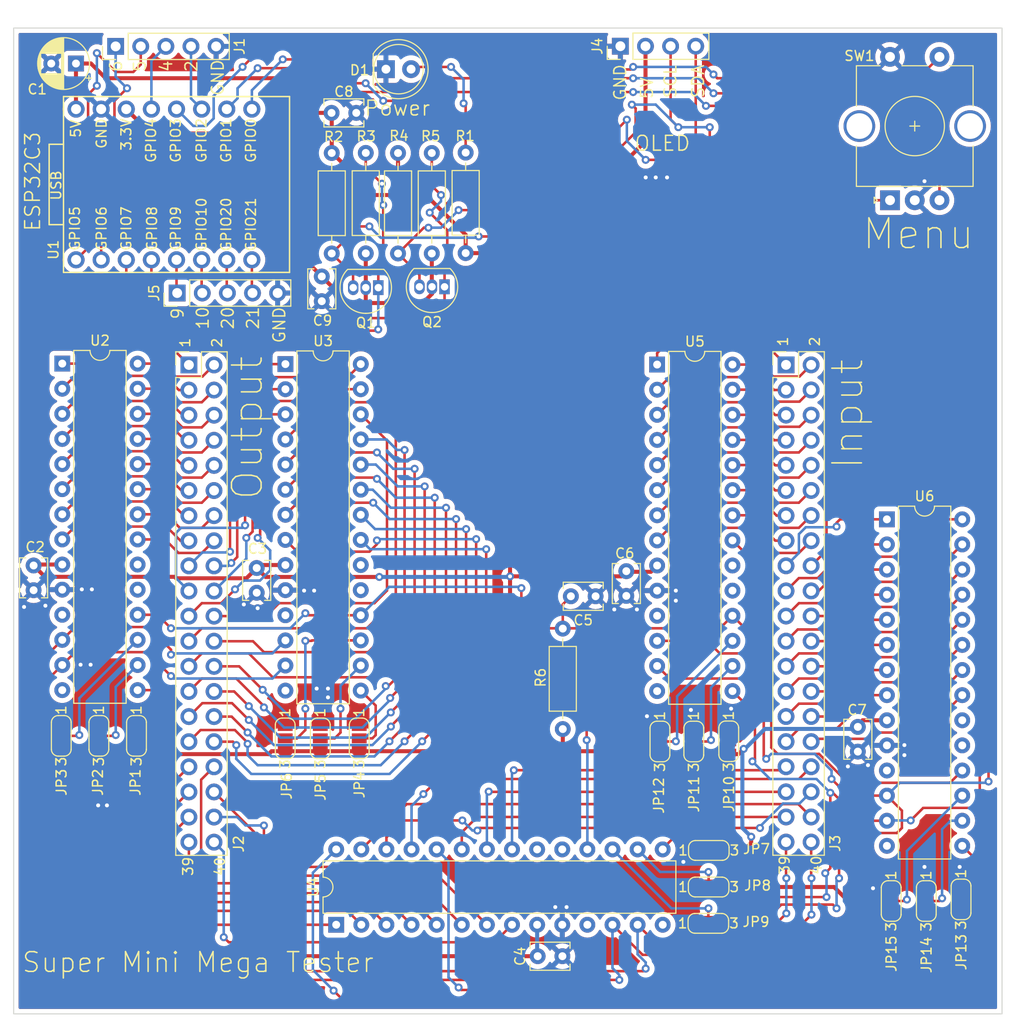
<source format=kicad_pcb>
(kicad_pcb (version 20240108) (generator "pcbnew") (generator_version "8.0")
  (layers (0 "F.Cu" signal) (31 "B.Cu" signal) (34 "B.Paste" user) (35 "F.Paste" user) (36 "B.SilkS" user "B.Silkscreen") (37 "F.SilkS" user "F.Silkscreen") (38 "B.Mask" user) (39 "F.Mask" user) (44 "Edge.Cuts" user))
  (net 0 "")
  (net 1 "SCL")
  (net 2 "+5V")
  (net 3 "GNDREF")
  (net 4 "/nRst")
  (net 5 "SDA")
  (net 6 "Net-(JP11-C)")
  (net 7 "/EncA")
  (net 8 "/EncB")
  (net 9 "Net-(JP14-C)")
  (net 10 "/O11")
  (net 11 "/O16")
  (net 12 "/O17")
  (net 13 "/O40")
  (net 14 "/O34")
  (net 15 "/O06")
  (net 16 "/O15")
  (net 17 "/O01")
  (net 18 "/O18")
  (net 19 "/O23")
  (net 20 "/O30")
  (net 21 "/O25")
  (net 22 "/O19")
  (net 23 "/O35")
  (net 24 "/O09")
  (net 25 "/O36")
  (net 26 "/O13")
  (net 27 "/O28")
  (net 28 "/O02")
  (net 29 "/O39")
  (net 30 "/O32")
  (net 31 "/O21")
  (net 32 "/O22")
  (net 33 "/O08")
  (net 34 "/O31")
  (net 35 "/O14")
  (net 36 "/O12")
  (net 37 "/O38")
  (net 38 "/O07")
  (net 39 "/O03")
  (net 40 "/O24")
  (net 41 "/O37")
  (net 42 "/O29")
  (net 43 "/O20")
  (net 44 "/O33")
  (net 45 "/O05")
  (net 46 "/O27")
  (net 47 "/O26")
  (net 48 "/O10")
  (net 49 "/O04")
  (net 50 "/I34")
  (net 51 "/I14")
  (net 52 "/I31")
  (net 53 "/I25")
  (net 54 "/I11")
  (net 55 "/I26")
  (net 56 "/I32")
  (net 57 "/I17")
  (net 58 "/I18")
  (net 59 "/I28")
  (net 60 "/I20")
  (net 61 "/I36")
  (net 62 "/I27")
  (net 63 "/I35")
  (net 64 "/I23")
  (net 65 "/I07")
  (net 66 "/I33")
  (net 67 "/I38")
  (net 68 "/I01")
  (net 69 "/I12")
  (net 70 "/I22")
  (net 71 "/I37")
  (net 72 "/I19")
  (net 73 "/I39")
  (net 74 "/I05")
  (net 75 "/I10")
  (net 76 "/I09")
  (net 77 "/I15")
  (net 78 "/I02")
  (net 79 "/I16")
  (net 80 "/I29")
  (net 81 "/I04")
  (net 82 "/I08")
  (net 83 "/I06")
  (net 84 "/I21")
  (net 85 "/I40")
  (net 86 "/I24")
  (net 87 "/I30")
  (net 88 "/I13")
  (net 89 "/I03")
  (net 90 "Net-(J1-Pin_3)")
  (net 91 "Net-(J1-Pin_4)")
  (net 92 "Net-(JP3-C)")
  (net 93 "Net-(JP4-C)")
  (net 94 "Net-(JP5-C)")
  (net 95 "Net-(JP6-C)")
  (net 96 "Net-(JP7-C)")
  (net 97 "Net-(JP8-C)")
  (net 98 "Net-(JP9-C)")
  (net 99 "Net-(JP10-C)")
  (net 100 "Net-(JP12-C)")
  (net 101 "Net-(JP13-C)")
  (net 102 "Net-(JP15-C)")
  (net 103 "Net-(J1-Pin_2)")
  (net 104 "Net-(J1-Pin_1)")
  (net 105 "Net-(J5-Pin_3)")
  (net 106 "Net-(J5-Pin_4)")
  (net 107 "Net-(J5-Pin_1)")
  (net 108 "Net-(J5-Pin_2)")
  (net 125 "/SCL3v")
  (net 126 "+3V3")
  (net 127 "/SDA3v")
  (net 128 "/EncSW")
  (net 133 "Net-(D1-A)")
  (net 134 "Net-(JP1-C)")
  (net 135 "Net-(JP2-C)")
  (footprint "Capacitor_THT:C_Disc_D3.8mm_W2.6mm_P2.50mm" (layer "F.Cu") (at 39.066 81.152 -90)
    (property "Reference" "C2")
    (property "Value" "100nF")
  )
  (footprint "Connector_PinHeader_2.54mm:PinHeader_1x05_P2.54mm_Vertical" (layer "F.Cu") (at 53.585 53.597 90)
    (property "Reference" "J5")
    (property "Value" "Conn_01x05")
  )
  (footprint "Jumper:SolderJumper-3_P1.3mm_Open_RoundedPad1.0x1.5mm_NumberLabels" (layer "F.Cu") (at 64.509 98.632 -90)
    (property "Reference" "JP6")
    (property "Value" "SolderJumper_3_Open")
  )
  (footprint "Connector_PinHeader_2.54mm:PinHeader_1x05_P2.54mm_Vertical" (layer "F.Cu") (at 47.362 28.656 90)
    (property "Reference" "J1")
    (property "Value" "Conn_01x05")
  )
  (footprint "Capacitor_THT:C_Disc_D3.8mm_W2.6mm_P2.50mm" (layer "F.Cu") (at 90.042 120.663)
    (property "Reference" "C4")
    (property "Value" "100nF")
  )
  (footprint "Package_TO_SOT_THT:TO-92_Inline" (layer "F.Cu") (at 80.625 52.97 180)
    (property "Reference" "Q2")
    (property "Value" "2N7000")
  )
  (footprint "Capacitor_THT:C_Disc_D3.8mm_W2.6mm_P2.50mm" (layer "F.Cu") (at 95.898 84.263999 180)
    (property "Reference" "C5")
    (property "Value" "100nF")
  )
  (footprint "Capacitor_THT:C_Disc_D3.8mm_W2.6mm_P2.50mm" (layer "F.Cu") (at 61.627 81.406 -90)
    (property "Reference" "C3")
    (property "Value" "100nF")
  )
  (footprint "Jumper:SolderJumper-3_P1.3mm_Open_RoundedPad1.0x1.5mm_NumberLabels" (layer "F.Cu") (at 129.342 115.08 -90)
    (property "Reference" "JP14")
    (property "Value" "SolderJumper_3_Open")
  )
  (footprint "Rotary_Encoder:RotaryEncoder_Alps_EC11E-Switch_Vertical_H20mm_CircularMountingHoles" (layer "F.Cu") (at 125.674 44.215 90)
    (property "Reference" "SW1")
    (property "Value" "RotaryEncoder_Switch")
  )
  (footprint "Resistor_THT:R_Axial_DIN0207_L6.3mm_D2.5mm_P10.16mm_Horizontal" (layer "F.Cu") (at 92.579999 97.693 90)
    (property "Reference" "R6")
    (property "Value" "10K")
  )
  (footprint "Jumper:SolderJumper-3_P1.3mm_Open_RoundedPad1.0x1.5mm_NumberLabels" (layer "F.Cu") (at 107.33 113.667)
    (property "Reference" "JP8")
    (property "Value" "SolderJumper_3_Open")
  )
  (footprint "Resistor_THT:R_Axial_DIN0207_L6.3mm_D2.5mm_P10.16mm_Horizontal" (layer "F.Cu") (at 79.334 39.439 -90)
    (property "Reference" "R5")
    (property "Value" "10K")
  )
  (footprint "Resistor_THT:R_Axial_DIN0207_L6.3mm_D2.5mm_P10.16mm_Horizontal" (layer "F.Cu") (at 72.657 39.428 -90)
    (property "Reference" "R3")
    (property "Value" "10K")
  )
  (footprint "Package_DIP:DIP-28_W7.62mm" (layer "F.Cu") (at 125.358 76.483)
    (property "Reference" "U6")
    (property "Value" "MCP23017_SP")
  )
  (footprint "Connector_PinHeader_2.54mm:PinHeader_2x20_P2.54mm_Vertical" (layer "F.Cu") (at 54.771 60.871)
    (property "Reference" "J2")
    (property "Value" "Conn_02x20_Odd_Even")
  )
  (footprint "Capacitor_THT:C_Disc_D3.8mm_W2.6mm_P2.50mm" (layer "F.Cu") (at 68.209 54.424 90)
    (property "Reference" "C9")
    (property "Value" "100nF")
  )
  (footprint "Jumper:SolderJumper-3_P1.3mm_Open_RoundedPad1.0x1.5mm_NumberLabels" (layer "F.Cu") (at 68.059 98.632 -90)
    (property "Reference" "JP5")
    (property "Value" "SolderJumper_3_Open")
  )
  (footprint "Capacitor_THT:C_Disc_D3.8mm_W2.6mm_P2.50mm" (layer "F.Cu") (at 122.419 97.473 -90)
    (property "Reference" "C7")
    (property "Value" "100nF")
  )
  (footprint "Jumper:SolderJumper-3_P1.3mm_Open_RoundedPad1.0x1.5mm_NumberLabels" (layer "F.Cu") (at 45.66725 98.378 -90)
    (property "Reference" "JP2")
    (property "Value" "SolderJumper_3_Open")
  )
  (footprint "Resistor_THT:R_Axial_DIN0207_L6.3mm_D2.5mm_P10.16mm_Horizontal" (layer "F.Cu") (at 75.919 49.599 90)
    (property "Reference" "R4")
    (property "Value" "10K")
  )
  (footprint "Jumper:SolderJumper-3_P1.3mm_Open_RoundedPad1.0x1.5mm_NumberLabels" (layer "F.Cu") (at 125.792 115.08 -90)
    (property "Reference" "JP15")
    (property "Value" "SolderJumper_3_Open")
  )
  (footprint "Package_DIP:DIP-28_W7.62mm" (layer "F.Cu") (at 102.122 60.833)
    (property "Reference" "U5")
    (property "Value" "MCP23017_SP")
  )
  (footprint "Package_DIP:DIP-28_W7.62mm" (layer "F.Cu") (at 69.667 117.482 90)
    (property "Reference" "U4")
    (property "Value" "MCP23017_SP")
  )
  (footprint "Jumper:SolderJumper-3_P1.3mm_Open_RoundedPad1.0x1.5mm_NumberLabels" (layer "F.Cu") (at 105.829 98.951 -90)
    (property "Reference" "JP11")
    (property "Value" "SolderJumper_3_Open")
  )
  (footprint "Resistor_THT:R_Axial_DIN0207_L6.3mm_D2.5mm_P10.16mm_Horizontal" (layer "F.Cu") (at 69.216 49.599 90)
    (property "Reference" "R2")
    (property "Value" "10K")
  )
  (footprint "Resistor_THT:R_Axial_DIN0207_L6.3mm_D2.5mm_P10.16mm_Horizontal" (layer "F.Cu") (at 82.758 49.56 90)
    (property "Reference" "R1")
    (property "Value" "680r")
  )
  (footprint "Connector_PinHeader_2.54mm:PinHeader_1x04_P2.54mm_Vertical" (layer "F.Cu") (at 98.405 28.638 90)
    (property "Reference" "J4")
    (property "Value" "Conn_01x04")
  )
  (footprint "Jumper:SolderJumper-3_P1.3mm_Open_RoundedPad1.0x1.5mm_NumberLabels" (layer "F.Cu") (at 102.406 98.951 -90)
    (property "Reference" "JP12")
    (property "Value" "SolderJumper_3_Open")
  )
  (footprint "Jumper:SolderJumper-3_P1.3mm_Open_RoundedPad1.0x1.5mm_NumberLabels" (layer "F.Cu") (at 109.365 98.929 -90)
    (property "Reference" "JP10")
    (property "Value" "SolderJumper_3_Open")
  )
  (footprint "Jumper:SolderJumper-3_P1.3mm_Open_RoundedPad1.0x1.5mm_NumberLabels" (layer "F.Cu") (at 107.349 109.967)
    (property "Reference" "JP7")
    (property "Value" "SolderJumper_3_Open")
  )
  (footprint "Package_DIP:DIP-28_W7.62mm" (layer "F.Cu") (at 41.964 60.735)
    (property "Reference" "U2")
    (property "Value" "MCP23017_SP")
  )
  (footprint "LED_THT:LED_D5.0mm" (layer "F.Cu") (at 74.699 30.96)
    (property "Reference" "D1")
    (property "Value" "LED_Small_ALT")
  )
  (footprint "Jumper:SolderJumper-3_P1.3mm_Open_RoundedPad1.0x1.5mm_NumberLabels" (layer "F.Cu") (at 71.995 98.632 -90)
    (property "Reference" "JP4")
    (property "Value" "SolderJumper_3_Open")
  )
  (footprint "Capacitor_THT:C_Disc_D3.8mm_W2.6mm_P2.50mm" (layer "F.Cu") (at 99.006 81.725 -90)
    (property "Reference" "C6")
    (property "Value" "100nF")
  )
  (footprint "Capacitor_THT:C_Disc_D3.8mm_W2.6mm_P2.50mm" (layer "F.Cu") (at 71.696 35.382 180)
    (property "Reference" "C8")
    (property "Value" "100nF")
  )
  (footprint "footprints:ESP32C3_Super_Mini" (layer "F.Cu") (at 42.088999 42.62 -90)
    (property "Reference" "U1")
    (property "Value" "ESP32-C3-Super-Mini")
  )
  (footprint "Jumper:SolderJumper-3_P1.3mm_Open_RoundedPad1.0x1.5mm_NumberLabels" (layer "F.Cu") (at 132.856 114.917 -90)
    (property "Reference" "JP13")
    (property "Value" "SolderJumper_3_Open")
  )
  (footprint "Package_DIP:DIP-28_W7.62mm" (layer "F.Cu") (at 64.531 60.785)
    (property "Reference" "U3")
    (property "Value" "MCP23017_SP")
  )
  (footprint "Jumper:SolderJumper-3_P1.3mm_Open_RoundedPad1.0x1.5mm_NumberLabels" (layer "F.Cu") (at 107.3 117.34)
    (property "Reference" "JP9")
    (property "Value" "SolderJumper_3_Open")
  )
  (footprint "Jumper:SolderJumper-3_P1.3mm_Open_RoundedPad1.0x1.5mm_NumberLabels" (layer "F.Cu") (at 49.47125 98.378 -90)
    (property "Reference" "JP1")
    (property "Value" "SolderJumper_3_Open")
  )
  (footprint "Connector_PinHeader_2.54mm:PinHeader_2x20_P2.54mm_Vertical" (layer "F.Cu") (at 115.158 60.863)
    (property "Reference" "J3")
    (property "Value" "Conn_02x20_Odd_Even")
  )
  (footprint "Capacitor_THT:CP_Radial_D5.0mm_P2.50mm" (layer "F.Cu") (at 43.350775 30.39 180)
    (property "Reference" "C1")
    (property "Value" "4.7uF")
  )
  (footprint "Package_TO_SOT_THT:TO-92_Inline" (layer "F.Cu") (at 73.925 53.054 180)
    (property "Reference" "Q1")
    (property "Value" "2N7000")
  )
  (footprint "Jumper:SolderJumper-3_P1.3mm_Open_RoundedPad1.0x1.5mm_NumberLabels" (layer "F.Cu") (at 41.86325 98.378 -90)
    (property "Reference" "JP3")
    (property "Value" "SolderJumper_3_Open")
  )
  (gr_rect (start 37.051 26.8) (end 137 126.495) (stroke (width 0.1)) (fill none) (layer "Edge.Cuts"))
  (gr_text "21" (at 61.946 57.362 90) (layer "F.SilkS") (effects (font (size 1.2 1.2)) (justify left bottom)))
  (gr_text "SCL" (at 104.166 33.97 90) (layer "F.SilkS") (effects (font (size 1.2 1.2)) (justify left bottom)))
  (gr_text "Menu" (at 122.724 49.373 0) (layer "F.SilkS") (effects (font (size 3 3)) (justify left bottom)))
  (gr_text "10" (at 56.866 57.362 90) (layer "F.SilkS") (effects (font (size 1.2 1.2)) (justify left bottom)))
  (gr_text "9" (at 54.326 56.346 90) (layer "F.SilkS") (effects (font (size 1.2 1.2)) (justify left bottom)))
  (gr_text "1\n\n2" (at 118.653 59.074 90) (layer "F.SilkS") (effects (font (size 1 1)) (justify left bottom)))
  (gr_text "GND" (at 58.39 33.74 90) (layer "F.SilkS") (effects (font (size 1.2 1.2)) (justify left bottom)))
  (gr_text "1\n\n2" (at 58.201 59.201 90) (layer "F.SilkS") (effects (font (size 1 1)) (justify left bottom)))
  (gr_text "39\n\n40\n" (at 118.816 112.502 90) (layer "F.SilkS") (effects (font (size 1 1)) (justify left bottom)))
  (gr_text "Super Mini Mega Tester\n" (at 55.692 122.451 0) (layer "F.SilkS") (effects (font (size 2 2)) (justify bottom)))
  (gr_text "20" (at 59.406 57.362 90) (layer "F.SilkS") (effects (font (size 1.2 1.2)) (justify left bottom)))
  (gr_text "Output" (at 62.449 74.69 90) (layer "F.SilkS") (effects (font (size 3 3)) (justify left bottom)))
  (gr_text "5" (at 50.516 31.327 90) (layer "F.SilkS") (effects (font (size 1.2 1.2)) (justify left bottom)))
  (gr_text "5V" (at 101.796 34.054 90) (layer "F.SilkS") (effects (font (size 1.2 1.2)) (justify left bottom)))
  (gr_text "GND" (at 64.613 58.759 90) (layer "F.SilkS") (effects (font (size 1.2 1.2)) (justify left bottom)))
  (gr_text "SDA" (at 106.96 33.97 90) (layer "F.SilkS") (effects (font (size 1.2 1.2)) (justify left bottom)))
  (gr_text "Input" (at 123.16 71.586 90) (layer "F.SilkS") (effects (font (size 3 3)) (justify left bottom)))
  (gr_text "GND" (at 99.086 34.224 90) (layer "F.SilkS") (effects (font (size 1.2 1.2)) (justify left bottom)))
  (gr_text "39\n\n40\n" (at 58.491 112.629 90) (layer "F.SilkS") (effects (font (size 1 1)) (justify left bottom)))
  (gr_text "OLED" (at 99.737 39.34 0) (layer "F.SilkS") (effects (font (size 1.5 1.5)) (justify left bottom)))
  (gr_text "Power" (at 72.432 35.784 0) (layer "F.SilkS") (effects (font (size 1.5 1.5)) (justify left bottom)))
  (gr_text "4" (at 53.183 31.327 90) (layer "F.SilkS") (effects (font (size 1.2 1.2)) (justify left bottom)))
  (gr_text "6" (at 48.103 31.327 90) (layer "F.SilkS") (effects (font (size 1.2 1.2)) (justify left bottom)))
  (gr_text "ESP32C3" (at 39.847999 47.456 90) (layer "F.SilkS") (effects (font (size 1.5 1.5)) (justify left bottom)))
  (gr_text "2" (at 55.723 31.327 90) (layer "F.SilkS") (effects (font (size 1.2 1.2)) (justify left bottom)))
  (segment (start 126.873 107.696) (end 126.873 105.938) (width 0.254) (layer "F.Cu") (net 1))
  (segment (start 113.157 100.711) (end 112.903 100.457) (width 0.254) (layer "F.Cu") (net 1))
  (segment (start 112.014 90.043) (end 108.458 90.043) (width 0.254) (layer "F.Cu") (net 1))
  (segment (start 39.116 112.395) (end 49.784 123.063) (width 0.254) (layer "F.Cu") (net 1))
  (segment (start 41.964 88.675) (end 39.116 91.523) (width 0.254) (layer "F.Cu") (net 1))
  (segment (start 126.365 108.204) (end 126.873 107.696) (width 0.254) (layer "F.Cu") (net 1))
  (segment (start 71.374 51.757) (end 71.374 53.043) (width 0.254) (layer "F.Cu") (net 1))
  (segment (start 112.903 100.457) (end 112.903 90.932) (width 0.254) (layer "F.Cu") (net 1))
  (segment (start 123.933827 108.204) (end 126.365 108.204) (width 0.254) (layer "F.Cu") (net 1))
  (segment (start 99.949 34.925) (end 99.568 34.544) (width 0.254) (layer "F.Cu") (net 1))
  (segment (start 120.523 112.776) (end 120.523 111.614827) (width 0.254) (layer "F.Cu") (net 1))
  (segment (start 107.442 43.18) (end 135.636 71.374) (width 0.254) (layer "F.Cu") (net 1))
  (segment (start 126.873 105.938) (end 125.358 104.423) (width 0.254) (layer "F.Cu") (net 1))
  (segment (start 108.458 90.043) (end 107.188 88.773) (width 0.254) (layer "F.Cu") (net 1))
  (segment (start 49.784 123.063) (end 98.298 123.063) (width 0.254) (layer "F.Cu") (net 1))
  (segment (start 69.216 49.599) (end 71.952 46.863) (width 0.254) (layer "F.Cu") (net 1))
  (segment (start 109.601 120.523) (end 114.681 115.443) (width 0.254) (layer "F.Cu") (net 1))
  (segment (start 39.116 91.523) (end 39.116 112.395) (width 0.254) (layer "F.Cu") (net 1))
  (segment (start 103.485 28.638) (end 103.485 36.048) (width 0.254) (layer "F.Cu") (net 1))
  (segment (start 71.952 46.863) (end 73.025 46.863) (width 0.254) (layer "F.Cu") (net 1))
  (segment (start 99.949 37.338) (end 99.949 34.925) (width 0.254) (layer "F.Cu") (net 1))
  (segment (start 121.441 104.423) (end 125.358 104.423) (width 0.254) (layer "F.Cu") (net 1))
  (segment (start 107.442 36.83) (end 107.442 43.18) (width 0.254) (layer "F.Cu") (net 1))
  (segment (start 41.964 88.675) (end 43.263 87.376) (width 0.254) (layer "F.Cu") (net 1))
  (segment (start 112.903 90.932) (end 112.014 90.043) (width 0.254) (layer "F.Cu") (net 1))
  (segment (start 119.761 102.743) (end 121.441 104.423) (width 0.254) (layer "F.Cu") (net 1))
  (segment (start 50.673 87.376) (end 52.959 89.662) (width 0.254) (layer "F.Cu") (net 1))
  (segment (start 119.888 115.443) (end 120.269 115.824) (width 0.254) (layer "F.Cu") (net 1))
  (segment (start 52.959 89.662) (end 52.959 90.17) (width 0.254) (layer "F.Cu") (net 1))
  (segment (start 89.408 47.879) (end 99.949 37.338) (width 0.254) (layer "F.Cu") (net 1))
  (segment (start 71.374 53.043) (end 71.385 53.054) (width 0.254) (layer "F.Cu") (net 1))
  (segment (start 114.681 115.443) (end 119.888 115.443) (width 0.254) (layer "F.Cu") (net 1))
  (segment (start 84.074 47.879) (end 89.408 47.879) (width 0.254) (layer "F.Cu") (net 1))
  (segment (start 120.523 111.614827) (end 123.933827 108.204) (width 0.254) (layer "F.Cu") (net 1))
  (segment (start 43.263 87.376) (end 50.673 87.376) (width 0.254) (layer "F.Cu") (net 1))
  (segment (start 69.216 49.599) (end 71.374 51.757) (width 0.254) (layer "F.Cu") (net 1))
  (segment (start 107.188 88.773) (end 102.122 88.773) (width 0.254) (layer "F.Cu") (net 1))
  (segment (start 100.648 120.523) (end 109.601 120.523) (width 0.254) (layer "F.Cu") (net 1))
  (segment (start 103.485 36.048) (end 104.267 36.83) (width 0.254) (layer "F.Cu") (net 1))
  (segment (start 97.607 117.482) (end 100.648 120.523) (width 0.254) (layer "F.Cu") (net 1))
  (segment (start 135.636 71.374) (end 135.636 102.997) (width 0.254) (layer "F.Cu") (net 1))
  (via (at 120.523 112.776) (size 0.8) (drill 0.4) (layers "F.Cu" "B.Cu") (net 1))
  (via (at 84.074 47.879) (size 0.8) (drill 0.4) (layers "F.Cu" "B.Cu") (net 1))
  (via (at 104.267 36.83) (size 0.8) (drill 0.4) (layers "F.Cu" "B.Cu") (net 1))
  (via (at 120.269 115.824) (size 0.8) (drill 0.4) (layers "F.Cu" "B.Cu") (net 1))
  (via (at 52.959 90.17) (size 0.8) (drill 0.4) (layers "F.Cu" "B.Cu") (net 1))
  (via (at 107.442 36.83) (size 0.8) (drill 0.4) (layers "F.Cu" "B.Cu") (net 1))
  (via (at 73.025 46.863) (size 0.8) (drill 0.4) (layers "F.Cu" "B.Cu") (net 1))
  (via (at 98.298 123.063) (size 0.8) (drill 0.4) (layers "F.Cu" "B.Cu") (net 1))
  (via (at 119.761 102.743) (size 0.8) (drill 0.4) (layers "F.Cu" "B.Cu") (net 1))
  (via (at 135.636 102.997) (size 0.8) (drill 0.4) (layers "F.Cu" "B.Cu") (net 1))
  (via (at 113.157 100.711) (size 0.8) (drill 0.4) (layers "F.Cu" "B.Cu") (net 1))
  (via (at 99.568 34.544) (size 0.8) (drill 0.4) (layers "F.Cu" "B.Cu") (net 1))
  (segment (start 63.213 90.043) (end 64.531 88.725) (width 0.254) (layer "B.Cu") (net 1))
  (segment (start 119.761 101.896945) (end 119.761 102.743) (width 0.254) (layer "B.Cu") (net 1))
  (segment (start 135.509 103.124) (end 126.657 103.124) (width 0.254) (layer "B.Cu") (net 1))
  (segment (start 104.267 36.83) (end 107.442 36.83) (width 0.254) (layer "B.Cu") (net 1))
  (segment (start 74.168 48.006) (end 83.947 48.006) (width 0.254) (layer "B.Cu") (net 1))
  (segment (start 98.298 123.063) (end 98.298 122.555) (width 0.254) (layer "B.Cu") (net 1))
  (segment (start 83.947 48.006) (end 84.074 47.879) (width 0.254) (layer "B.Cu") (net 1))
  (segment (start 98.298 122.555) (end 97.607 121.864) (width 0.254) (layer "B.Cu") (net 1))
  (segment (start 135.636 102.997) (end 135.509 103.124) (width 0.254) (layer "B.Cu") (net 1))
  (segment (start 101.981 34.544) (end 104.267 36.83) (width 0.254) (layer "B.Cu") (net 1))
  (segment (start 113.665 100.203) (end 118.067055 100.203) (width 0.254) (layer "B.Cu") (net 1))
  (segment (start 126.657 103.124) (end 125.358 104.423) (width 0.254) (layer "B.Cu") (net 1))
  (segment (start 99.568 34.544) (end 101.981 34.544) (width 0.254) (layer "B.Cu") (net 1))
  (segment (start 73.025 46.863) (end 74.168 48.006) (width 0.254) (layer "B.Cu") (net 1))
  (segment (start 118.067055 100.203) (end 119.761 101.896945) (width 0.254) (layer "B.Cu") (net 1))
  (segment (start 113.157 100.711) (end 113.665 100.203) (width 0.254) (layer "B.Cu") (net 1))
  (segment (start 120.269 113.03) (end 120.523 112.776) (width 0.254) (layer "B.Cu") (net 1))
  (segment (start 120.269 115.824) (end 120.269 113.03) (width 0.254) (layer "B.Cu") (net 1))
  (segment (start 53.086 90.043) (end 63.213 90.043) (width 0.254) (layer "B.Cu") (net 1))
  (segment (start 97.607 121.864) (end 97.607 117.482) (width 0.254) (layer "B.Cu") (net 1))
  (segment (start 52.959 90.17) (end 53.086 90.043) (width 0.254) (layer "B.Cu") (net 1))
  (segment (start 45.66725 99.678) (end 49.47125 99.678) (width 0.4064) (layer "F.Cu") (net 2))
  (segment (start 125.358 96.803) (end 122.907 96.803) (width 0.4064) (layer "F.Cu") (net 2))
  (segment (start 69.196 35.382) (end 69.196 35.579) (width 0.4064) (layer "F.Cu") (net 2))
  (segment (start 87.249 99.932) (end 83.566 99.932) (width 0.4064) (layer "F.Cu") (net 2))
  (segment (start 111.633 109.22) (end 111.633 108.585) (width 0.4064) (layer "F.Cu") (net 2))
  (segment (start 82.758 49.56) (end 87.122 49.56) (width 0.4064) (layer "F.Cu") (net 2))
  (segment (start 64.531 81.105) (end 61.928 81.105) (width 0.4064) (layer "F.Cu") (net 2))
  (segment (start 78.74 43.688) (end 82.758 47.706) (width 0.4064) (layer "F.Cu") (net 2))
  (segment (start 53.34 82.296) (end 53.4914 82.4474) (width 0.4064) (layer "F.Cu") (net 2))
  (segment (start 108.63 109.986) (end 108.649 109.967) (width 0.4064) (layer "F.Cu") (net 2))
  (segment (start 62.5324 82.3114) (end 74.0256 82.3114) (width 0.4064) (layer "F.Cu") (net 2))
  (segment (start 102.406 100.251) (end 105.829 100.251) (width 0.4064) (layer "F.Cu") (net 2))
  (segment (start 71.995 99.932) (end 83.566 99.932) (width 0.4064) (layer "F.Cu") (net 2))
  (segment (start 69.196 35.382) (end 67.767 35.382) (width 0.4064) (layer "F.Cu") (net 2))
  (segment (start 61.627 81.406) (end 62.5324 82.3114) (width 0.4064) (layer "F.Cu") (net 2))
  (segment (start 40.21 82.296) (end 53.34 82.296) (width 0.4064) (layer "F.Cu") (net 2))
  (segment (start 110.337 100.229) (end 109.365 100.229) (width 0.4064) (layer "F.Cu") (net 2))
  (segment (start 67.767 35.382) (end 64.262 31.877) (width 0.4064) (layer "F.Cu") (net 2))
  (segment (start 120.017 113.667) (end 122.73 116.38) (width 0.4064) (layer "F.Cu") (net 2))
  (segment (start 61.928 81.105) (end 61.627 81.406) (width 0.4064) (layer "F.Cu") (net 2))
  (segment (start 69.216 35.599) (end 69.216 39.439) (width 0.4064) (layer "F.Cu") (net 2))
  (segment (start 87.249 82.252225) (end 87.249 99.932) (width 0.4064) (layer "F.Cu") (net 2))
  (segment (start 109.3826 100.2466) (end 109.365 100.229) (width 0.4064) (layer "F.Cu") (net 2))
  (segment (start 63.136 99.932) (end 62.8406 100.2274) (width 0.4064) (layer "F.Cu") (net 2))
  (segment (start 41.86325 111.45925) (end 41.86325 99.678) (width 0.4064) (layer "F.Cu") (net 2))
  (segment (start 73.533 43.688) (end 75.819 43.688) (width 0.4064) (layer "F.Cu") (net 2))
  (segment (start 69.216 39.439) (end 69.284 39.439) (width 0.4064) (layer "F.Cu") (net 2))
  (segment (start 110.886 109.967) (end 110.998 109.855) (width 0.4064) (layer "F.Cu") (net 2))
  (segment (start 75.919 39.439) (end 75.919 43.588) (width 0.4064) (layer "F.Cu") (net 2))
  (segment (start 51.067 120.663) (end 41.86325 111.45925) (width 0.4064) (layer "F.Cu") (net 2))
  (segment (start 89.632 49.56) (end 100.945 38.247) (width 0.4064) (layer "F.Cu") (net 2))
  (segment (start 132.856 116.217) (end 129.505 116.217) (width 0.4064) (layer "F.Cu") (net 2))
  (segment (start 108.649 109.967) (end 110.886 109.967) (width 0.4064) (layer "F.Cu") (net 2))
  (segment (start 122.907 96.803) (end 122.419 97.291) (width 0.4064) (layer "F.Cu") (net 2))
  (segment (start 75.819 43.688) (end 78.74 43.688) (width 0.4064) (layer "F.Cu") (net 2))
  (segment (start 101.487 81.788) (end 99.069 81.788) (width 0.4064) (layer "F.Cu") (net 2))
  (segment (start 69.196 35.579) (end 69.216 35.599) (width 0.4064) (layer "F.Cu") (net 2))
  (segment (start 108.63 113.667) (end 120.017 113.667) (width 0.4064) (layer "F.Cu") (net 2))
  (segment (start 69.284 39.439) (end 73.533 43.688) (width 0.4064) (layer "F.Cu") (net 2))
  (segment (start 53.4914 82.4474) (end 60.5856 82.4474) (width 0.4064) (layer "F.Cu") (net 2))
  (segment (start 92.579999 97.693) (end 92.579999 99.928999) (width 0.4064) (layer "F.Cu") (net 2))
  (segment (start 109.343 100.251) (end 109.365 100.229) (width 0.4064) (layer "F.Cu") (net 2))
  (segment (start 64.509 99.932) (end 63.136 99.932) (width 0.4064) (layer "F.Cu") (net 2))
  (segment (start 60.5856 82.4474) (end 61.627 81.406) (width 0.4064) (layer "F.Cu") (net 2))
  (segment (start 43.350775 34.991776) (end 43.358999 35) (width 0.4064) (layer "F.Cu") (net 2))
  (segment (start 41.964 81.055) (end 39.163 81.055) (width 0.4064) (layer "F.Cu") (net 2))
  (segment (start 87.249 82.252225) (end 87.249 49.687) (width 0.4064) (layer "F.Cu") (net 2))
  (segment (start 83.566 99.932) (end 92.583 99.932) (width 0.4064) (layer "F.Cu") (net 2))
  (segment (start 122.419 97.291) (end 122.419 97.473) (width 0.4064) (layer "F.Cu") (net 2))
  (segment (start 99.069 81.788) (end 99.006 81.725) (width 0.4064) (layer "F.Cu") (net 2))
  (segment (start 64.262 31.877) (end 46.355 31.877) (width 0.4064) (layer "F.Cu") (net 2))
  (segment (start 105.829 100.251) (end 109.343 100.251) (width 0.4064) (layer "F.Cu") (net 2))
  (segment (start 92.579999 99.928999) (end 92.583 99.932) (width 0.4064) (layer "F.Cu") (net 2))
  (segment (start 87.249 49.687) (end 87.122 49.56) (width 0.4064) (layer "F.Cu") (net 2))
  (segment (start 82.758 47.706) (end 82.758 49.56) (width 0.4064) (layer "F.Cu") (net 2))
  (segment (start 108.6 117.34) (end 108.6 113.697) (width 0.4064) (layer "F.Cu") (net 2))
  (segment (start 41.86325 99.678) (end 45.66725 99.678) (width 0.4064) (layer "F.Cu") (net 2))
  (segment (start 129.342 116.38) (end 125.792 116.38) (width 0.4064) (layer "F.Cu") (net 2))
  (segment (start 74.041 82.296) (end 74.0256 82.3114) (width 0.4064) (layer "F.Cu") (net 2))
  (segment (start 71.995 99.932) (end 68.059 99.932) (width 0.4064) (layer "F.Cu") (net 2))
  (segment (start 64.509 99.932) (end 68.059 99.932) (width 0.4064) (layer "F.Cu") (net 2))
  (segment (start 129.505 116.217) (end 129.342 116.38) (width 0.4064) (layer "F.Cu") (net 2))
  (segment (start 110.871 99.695) (end 110.337 100.229) (width 0.4064) (layer "F.Cu") (net 2))
  (segment (start 43.350775 30.39) (end 43.350775 34.991776) (width 0.4064) (layer "F.Cu") (net 2))
  (segment (start 108.63 113.667) (end 108.63 109.986) (width 0.4064) (layer "F.Cu") (net 2))
  (segment (start 75.919 43.588) (end 75.819 43.688) (width 0.4064) (layer "F.Cu") (net 2))
  (segment (start 100.632 100.251) (end 102.406 100.251) (width 0.4064) (layer "F.Cu") (net 2))
  (segment (start 90.042 120.663) (end 51.067 120.663) (width 0.4064) (layer "F.Cu") (net 2))
  (segment (start 46.355 31.877) (end 44.868 30.39) (width 0.4064) (layer "F.Cu") (net 2))
  (segment (start 39.066 81.152) (end 40.21 82.296) (width 0.4064) (layer "F.Cu") (net 2))
  (segment (start 100.945 38.247) (end 100.945 28.638) (width 0.4064) (layer "F.Cu") (net 2))
  (segment (start 44.868 30.39) (end 43.350775 30.39) (width 0.4064) (layer "F.Cu") (net 2))
  (segment (start 87.249 82.252225) (end 98.478775 82.252225) (width 0.4064) (layer "F.Cu") (net 2))
  (segment (start 50.02065 100.2274) (end 49.47125 99.678) (width 0.4064) (layer "F.Cu") (net 2))
  (segment (start 62.8406 100.2274) (end 50.02065 100.2274) (width 0.4064) (layer "F.Cu") (net 2))
  (segment (start 110.998 109.855) (end 111.633 109.22) (width 0.4064) (layer "F.Cu") (net 2))
  (segment (start 122.73 116.38) (end 125.792 116.38) (width 0.4064) (layer "F.Cu") (net 2))
  (segment (start 102.122 81.153) (end 101.487 81.788) (width 0.4064) (layer "F.Cu") (net 2))
  (segment (start 92.583 99.932) (end 100.313 99.932) (width 0.4064) (layer "F.Cu") (net 2))
  (segment (start 39.163 81.055) (end 39.066 81.152) (width 0.4064) (layer "F.Cu") (net 2))
  (segment (start 87.122 49.56) (end 89.632 49.56) (width 0.4064) (layer "F.Cu") (net 2))
  (segment (start 100.313 99.932) (end 100.632 100.251) (width 0.4064) (layer "F.Cu") (net 2))
  (segment (start 98.478775 82.252225) (end 99.006 81.725) (width 0.4064) (layer "F.Cu") (net 2))
  (segment (start 108.6 113.697) (end 108.63 113.667) (width 0.4064) (layer "F.Cu") (net 2))
  (via (at 74.0256 82.3114) (size 0.8) (drill 0.4) (layers "F.Cu" "B.Cu") (net 2))
  (via (at 87.249 82.252225) (size 0.8) (drill 0.4) (layers "F.Cu" "B.Cu") (net 2))
  (via (at 111.633 108.585) (size 0.8) (drill 0.4) (layers "F.Cu" "B.Cu") (net 2))
  (via (at 110.871 99.695) (size 0.8) (drill 0.4) (layers "F.Cu" "B.Cu") (net 2))
  (segment (start 89.987 120.608) (end 90.042 120.663) (width 0.4064) (layer "B.Cu") (net 2))
  (segment (start 122.419 97.473) (end 122.2126 97.6794) (width 0.4064) (layer "B.Cu") (net 2))
  (segment (start 111.633 108.585) (end 110.744 107.696) (width 0.4064) (layer "B.Cu") (net 2))
  (segment (start 87.249 82.252225) (end 87.189825 82.3114) (width 0.4064) (layer "B.Cu") (net 2))
  (segment (start 110.744 99.822) (end 110.871 99.695) (width 0.4064) (layer "B.Cu") (net 2))
  (segment (start 122.2126 97.6794) (end 113.0136 97.6794) (width 0.4064) (layer "B.Cu") (net 2))
  (segment (start 110.744 107.696) (end 110.744 99.822) (width 0.4064) (layer "B.Cu") (net 2))
  (segment (start 89.987 117.482) (end 89.987 120.608) (width 0.4064) (layer "B.Cu") (net 2))
  (segment (start 113.0136 97.6794) (end 110.998 99.695) (width 0.4064) (layer "B.Cu") (net 2))
  (segment (start 87.189825 82.3114) (end 74.0256 82.3114) (width 0.4064) (layer "B.Cu") (net 2))
  (segment (start 110.998 99.695) (end 110.871 99.695) (width 0.4064) (layer "B.Cu") (net 2))
  (via (at 68.834 94.488) (size 0.8) (drill 0.4) (layers "F.Cu" "B.Cu") (net 3))
  (via (at 38.1 85.344) (size 0.8) (drill 0.4) (layers "F.Cu" "B.Cu") (net 3))
  (via (at 44.958 83.566) (size 0.8) (drill 0.4) (layers "F.Cu" "B.Cu") (net 3))
  (via (at 92.964 115.697) (size 0.8) (drill 0.4) (layers "F.Cu" "B.Cu") (net 3))
  (via (at 43.942 83.566) (size 0.8) (drill 0.4) (layers "F.Cu" "B.Cu") (net 3))
  (via (at 132.715 111.633) (size 0.8) (drill 0.4) (layers "F.Cu" "B.Cu") (net 3))
  (via (at 67.437 83.693) (size 0.8) (drill 0.4) (layers "F.Cu" "B.Cu") (net 3))
  (via (at 46.482 105.41) (size 0.8) (drill 0.4) (layers "F.Cu" "B.Cu") (net 3))
  (via (at 68.834 93.599) (size 0.8) (drill 0.4) (layers "F.Cu" "B.Cu") (net 3))
  (via (at 129.159 111.633) (size 0.8) (drill 0.4) (layers "F.Cu" "B.Cu") (net 3))
  (via (at 67.691 93.599) (size 0.8) (drill 0.4) (layers "F.Cu" "B.Cu") (net 3))
  (via (at 109.601 95.631) (size 0.8) (drill 0.4) (layers "F.Cu" "B.Cu") (net 3))
  (via (at 104.013 84.709) (size 0.8) (drill 0.4) (layers "F.Cu" "B.Cu") (net 3))
  (via (at 123.444 101.346) (size 0.8) (drill 0.4) (layers "F.Cu" "B.Cu") (net 3))
  (via (at 123.952 113.792) (size 0.8) (drill 0.4) (layers "F.Cu" "B.Cu") (net 3))
  (via (at 45.593 105.41) (size 0.8) (drill 0.4) (layers "F.Cu" "B.Cu") (net 3))
  (via (at 97.79 85.598) (size 0.8) (drill 0.4) (layers "F.Cu" "B.Cu") (net 3))
  (via (at 100.076 85.598) (size 0.8) (drill 0.4) (layers "F.Cu" "B.Cu") (net 3))
  (via (at 101.092 96.393) (size 0.8) (drill 0.4) (layers "F.Cu" "B.Cu") (net 3))
  (via (at 61.722 85.471) (size 0.8) (drill 0.4) (layers "F.Cu" "B.Cu") (net 3))
  (via (at 129.159 42.291) (size 0.8) (drill 0.4) (layers "F.Cu" "B.Cu") (net 3))
  (via (at 104.013 83.693) (size 0.8) (drill 0.4) (layers "F.Cu" "B.Cu") (net 3))
  (via (at 104.775 111.125) (size 0.8) (drill 0.4) (layers "F.Cu" "B.Cu") (net 3))
  (via (at 44.831 91.186) (size 0.8) (drill 0.4) (layers "F.Cu" "B.Cu") (net 3))
  (via (at 100.965 41.91) (size 0.8) (drill 0.4) (layers "F.Cu" "B.Cu") (net 3))
  (via (at 101.981 41.91) (size 0.8) (drill 0.4) (layers "F.Cu" "B.Cu") (net 3))
  (via (at 105.537 95.758) (size 0.8) (drill 0.4) (layers "F.Cu" "B.Cu") (net 3))
  (via (at 103.124 41.91) (size 0.8) (drill 0.4) (layers "F.Cu" "B.Cu") (net 3))
  (via (at 121.412 101.473) (size 0.8) (drill 0.4) (layers "F.Cu" "B.Cu") (net 3))
  (via (at 66.421 83.693) (size 0.8) (drill 0.4) (layers "F.Cu" "B.Cu") (net 3))
  (via (at 40.259 85.217) (size 0.8) (drill 0.4) (layers "F.Cu" "B.Cu") (net 3))
  (via (at 43.815 91.186) (size 0.8) (drill 0.4) (layers "F.Cu" "B.Cu") (net 3))
  (via (at 60.325 85.09) (size 0.8) (drill 0.4) (layers "F.Cu" "B.Cu") (net 3))
  (via (at 91.821 115.697) (size 0.8) (drill 0.4) (layers "F.Cu" "B.Cu") (net 3))
  (via (at 127.127 99.314) (size 0.8) (drill 0.4) (layers "F.Cu" "B.Cu") (net 3))
  (via (at 127.127 100.33) (size 0.8) (drill 0.4) (layers "F.Cu" "B.Cu") (net 3))
  (segment (start 92.583 85.078999) (end 92.583 85.979) (width 0.254) (layer "F.Cu") (net 4))
  (segment (start 94.996 98.806) (end 94.996 87.63) (width 0.254) (layer "F.Cu") (net 4))
  (segment (start 88.392 85.344) (end 90.551 87.503) (width 0.254) (layer "F.Cu") (net 4))
  (segment (start 66.754 86.185) (end 72.151 86.185) (width 0.254) (layer "F.Cu") (net 4))
  (segment (start 113.665 99.568) (end 113.665 90.156) (width 0.254) (layer "F.Cu") (net 4))
  (segment (start 118.491 100.203) (end 114.3 100.203) (width 0.254) (layer "F.Cu") (net 4))
  (segment (start 94.996 87.63) (end 94.869 87.503) (width 0.254) (layer "F.Cu") (net 4))
  (segment (start 52.959 87.503) (end 51.591 86.135) (width 0.254) (layer "F.Cu") (net 4))
  (segment (start 131.737 103.124) (end 121.412 103.124) (width 0.254) (layer "F.Cu") (net 4))
  (segment (start 108.472 87.503) (end 109.742 86.233) (width 0.254) (layer "F.Cu") (net 4))
  (segment (start 92.583 85.979) (end 92.579999 85.982001) (width 0.254) (layer "F.Cu") (net 4))
  (segment (start 132.978 101.883) (end 131.737 103.124) (width 0.254) (layer "F.Cu") (net 4))
  (segment (start 113.665 90.156) (end 109.742 86.233) (width 0.254) (layer "F.Cu") (net 4))
  (segment (start 93.398 84.263999) (end 92.583 85.078999) (width 0.254) (layer "F.Cu") (net 4))
  (segment (start 90.551 87.503) (end 94.869 87.503) (width 0.254) (layer "F.Cu") (net 4))
  (segment (start 88.392 83.439) (end 88.392 85.344) (width 0.254) (layer "F.Cu") (net 4))
  (segment (start 121.412 103.124) (end 118.491 100.203) (width 0.254) (layer "F.Cu") (net 4))
  (segment (start 66.548 85.979) (end 66.754 86.185) (width 0.254) (layer "F.Cu") (net 4))
  (segment (start 92.579999 85.982001) (end 92.579999 87.533) (width 0.254) (layer "F.Cu") (net 4))
  (segment (start 114.3 100.203) (end 113.665 99.568) (width 0.254) (layer "F.Cu") (net 4))
  (segment (start 94.869 87.503) (end 108.472 87.503) (width 0.254) (layer "F.Cu") (net 4))
  (segment (start 51.591 86.135) (end 49.584 86.135) (width 0.254) (layer "F.Cu") (net 4))
  (via (at 94.996 98.806) (size 0.8) (drill 0.4) (layers "F.Cu" "B.Cu") (net 4))
  (via (at 88.392 83.439) (size 0.8) (drill 0.4) (layers "F.Cu" "B.Cu") (net 4))
  (via (at 52.959 87.503) (size 0.8) (drill 0.4) (layers "F.Cu" "B.Cu") (net 4))
  (via (at 66.548 85.979) (size 0.8) (drill 0.4) (layers "F.Cu" "B.Cu") (net 4))
  (segment (start 65.024 87.503) (end 66.548 85.979) (width 0.254) (layer "B.Cu") (net 4))
  (segment (start 75.565 83.312) (end 88.265 83.312) (width 0.254) (layer "B.Cu") (net 4))
  (segment (start 72.151 86.185) (end 75.024 83.312) (width 0.254) (layer "B.Cu") (net 4))
  (segment (start 95.067 98.877) (end 94.996 98.806) (width 0.254) (layer "B.Cu") (net 4))
  (segment (start 95.067 109.862) (end 95.067 98.877) (width 0.254) (layer "B.Cu") (net 4))
  (segment (start 52.959 87.503) (end 65.024 87.503) (width 0.254) (layer "B.Cu") (net 4))
  (segment (start 75.024 83.312) (end 75.565 83.312) (width 0.254) (layer "B.Cu") (net 4))
  (segment (start 88.265 83.312) (end 88.392 83.439) (width 0.254) (layer "B.Cu") (net 4))
  (segment (start 112.014 93.345) (end 111.252 92.583) (width 0.254) (layer "F.Cu") (net 5))
  (segment (start 78.085 51.765) (end 75.919 49.599) (width 0.254) (layer "F.Cu") (net 5))
  (segment (start 50.546 89.916) (end 52.959 92.329) (width 0.254) (layer "F.Cu") (net 5))
  (segment (start 41.964 91.215) (end 39.878 93.301) (width 0.254) (layer "F.Cu") (net 5))
  (segment (start 75.919 49.599) (end 78.528 46.99) (width 0.254) (layer "F.Cu") (net 5))
  (segment (start 134.747 71.882) (end 134.747 104.902) (width 0.254) (layer "F.Cu") (net 5))
  (segment (start 89.916 45.212) (end 99.06 36.068) (width 0.254) (layer "F.Cu") (net 5))
  (segment (start 39.878 111.76) (end 50.292 122.174) (width 0.254) (layer "F.Cu") (net 5))
  (segment (start 106.025 40.132) (end 106.025 43.16) (width 0.254) (layer "F.Cu") (net 5))
  (segment (start 122.711 106.963) (end 125.358 106.963) (width 0.254) (layer "F.Cu") (net 5))
  (segment (start 100.147 117.482) (end 102.172 119.507) (width 0.254) (layer "F.Cu") (net 5))
  (segment (start 119.634 111.76) (end 119.634 104.14) (width 0.254) (layer "F.Cu") (net 5))
  (segment (start 43.263 89.916) (end 50.546 89.916) (width 0.254) (layer "F.Cu") (net 5))
  (segment (start 50.292 122.174) (end 100.711 122.174) (width 0.254) (layer "F.Cu") (net 5))
  (segment (start 111.76 100.965) (end 112.014 100.711) (width 0.254) (layer "F.Cu") (net 5))
  (segment (start 100.965 40.132) (end 106.025 40.132) (width 0.254) (layer "F.Cu") (net 5))
  (segment (start 134.747 104.902) (end 133.985 105.664) (width 0.254) (layer "F.Cu") (net 5))
  (segment (start 82.042 45.212) (end 89.916 45.212) (width 0.254) (layer "F.Cu") (net 5))
  (segment (start 113.919 114.681) (end 119.253 114.681) (width 0.254) (layer "F.Cu") (net 5))
  (segment (start 106.025 28.638) (end 106.025 40.132) (width 0.254) (layer "F.Cu") (net 5))
  (segment (start 41.964 91.215) (end 43.263 89.916) (width 0.254) (layer "F.Cu") (net 5))
  (segment (start 119.126 112.268) (end 119.634 111.76) (width 0.254) (layer "F.Cu") (net 5))
  (segment (start 133.985 105.664) (end 129.032 105.664) (width 0.254) (layer "F.Cu") (net 5))
  (segment (start 129.032 105.664) (end 127.762 106.934) (width 0.254) (layer "F.Cu") (net 5))
  (segment (start 78.085 52.97) (end 78.085 51.765) (width 0.254) (layer "F.Cu") (net 5))
  (segment (start 39.878 93.301) (end 39.878 111.76) (width 0.254) (layer "F.Cu") (net 5))
  (segment (start 109.093 119.507) (end 113.919 114.681) (width 0.254) (layer "F.Cu") (net 5))
  (segment (start 119.634 104.14) (end 119.888 104.14) (width 0.254) (layer "F.Cu") (net 5))
  (segment (start 102.172 119.507) (end 109.093 119.507) (width 0.254) (layer "F.Cu") (net 5))
  (segment (start 106.025 43.16) (end 134.747 71.882) (width 0.254) (layer "F.Cu") (net 5))
  (segment (start 119.888 104.14) (end 122.711 106.963) (width 0.254) (layer "F.Cu") (net 5))
  (segment (start 111.252 92.583) (end 103.392 92.583) (width 0.254) (layer "F.Cu") (net 5))
  (segment (start 100.711 122.174) (end 100.965 121.92) (width 0.254) (layer "F.Cu") (net 5))
  (segment (start 112.014 100.711) (end 112.014 93.345) (width 0.254) (layer "F.Cu") (net 5))
  (segment (start 103.392 92.583) (end 102.122 91.313) (width 0.254) (layer "F.Cu") (net 5))
  (segment (start 78.528 46.99) (end 78.994 46.99) (width 0.254) (layer "F.Cu") (net 5))
  (via (at 100.965 40.132) (size 0.8) (drill 0.4) (layers "F.Cu" "B.Cu") (net 5))
  (via (at 99.06 36.068) (size 0.8) (drill 0.4) (layers "F.Cu" "B.Cu") (net 5))
  (via (at 127.762 106.934) (size 0.8) (drill 0.4) (layers "F.Cu" "B.Cu") (net 5))
  (via (at 82.042 45.212) (size 0.8) (drill 0.4) (layers "F.Cu" "B.Cu") (net 5))
  (via (at 78.994 46.99) (size 0.8) (drill 0.4) (layers "F.Cu" "B.Cu") (net 5))
  (via (at 52.959 92.329) (size 0.8) (drill 0.4) (layers "F.Cu" "B.Cu") (net 5))
  (via (at 111.76 100.965) (size 0.8) (drill 0.4) (layers "F.Cu" "B.Cu") (net 5))
  (via (at 119.634 104.14) (size 0.8) (drill 0.4) (layers "F.Cu" "B.Cu") (net 5))
  (via (at 119.253 114.681) (size 0.8) (drill 0.4) (layers "F.Cu" "B.Cu") (net 5))
  (via (at 100.965 121.92) (size 0.8) (drill 0.4) (layers "F.Cu" "B.Cu") (net 5))
  (via (at 119.126 112.268) (size 0.8) (drill 0.4) (layers "F.Cu" "B.Cu") (net 5))
  (segment (start 53.213 92.583) (end 63.213 92.583) (width 0.254) (layer "B.Cu") (net 5))
  (segment (start 111.76 100.965) (end 113.538 102.743) (width 0.254) (layer "B.Cu") (net 5))
  (segment (start 52.959 92.329) (end 53.213 92.583) (width 0.254) (layer "B.Cu") (net 5))
  (segment (start 125.387 106.934) (end 125.358 106.963) (width 0.254) (layer "B.Cu") (net 5))
  (segment (start 78.994 46.99) (end 80.264 46.99) (width 0.254) (layer "B.Cu") (net 5))
  (segment (start 99.06 38.227) (end 100.965 40.132) (width 0.254) (layer "B.Cu") (net 5))
  (segment (start 118.237 102.743) (end 119.634 104.14) (width 0.254) (layer "B.Cu") (net 5))
  (segment (start 113.538 102.743) (end 118.237 102.743) (width 0.254) (layer "B.Cu") (net 5))
  (segment (start 100.147 120.467) (end 100.147 117.482) (width 0.254) (layer "B.Cu") (net 5))
  (segment (start 100.965 121.92) (end 100.965 121.285) (width 0.254) (layer "B.Cu") (net 5))
  (segment (start 80.264 46.99) (end 82.042 45.212) (width 0.254) (layer "B.Cu") (net 5))
  (segment (start 99.06 36.068) (end 99.06 38.227) (width 0.254) (layer "B.Cu") (net 5))
  (segment (start 119.253 112.395) (end 119.126 112.268) (width 0.254) (layer "B.Cu") (net 5))
  (segment (start 63.213 92.583) (end 64.531 91.265) (width 0.254) (layer "B.Cu") (net 5))
  (segment (start 127.762 106.934) (end 125.387 106.934) (width 0.254) (layer "B.Cu") (net 5))
  (segment (start 100.965 121.285) (end 100.147 120.467) (width 0.254) (layer "B.Cu") (net 5))
  (segment (start 119.253 114.681) (end 119.253 112.395) (width 0.254) (layer "B.Cu") (net 5))
  (segment (start 105.829 98.951) (end 107.424 98.951) (width 0.254) (layer "F.Cu") (net 6))
  (segment (start 107.424 98.951) (end 107.569 98.806) (width 0.254) (layer "F.Cu") (net 6))
  (via (at 107.569 98.806) (size 0.8) (drill 0.4) (layers "F.Cu" "B.Cu") (net 6))
  (segment (start 107.569 93.486) (end 109.742 91.313) (width 0.254) (layer "B.Cu") (net 6))
  (segment (start 107.569 98.806) (end 107.569 93.486) (width 0.254) (layer "B.Cu") (net 6))
  (segment (start 80.645 34.163) (end 81.534 33.274) (width 0.254) (layer "F.Cu") (net 7))
  (segment (start 68.707 31.75) (end 69.342 32.385) (width 0.254) (layer "F.Cu") (net 7))
  (segment (start 74.422 34.163) (end 80.645 34.163) (width 0.254) (layer "F.Cu") (net 7))
  (segment (start 81.534 33.274) (end 99.695 33.274) (width 0.254) (layer "F.Cu") (net 7))
  (segment (start 69.342 32.385) (end 72.644 32.385) (width 0.254) (layer "F.Cu") (net 7))
  (segment (start 66.929 29.972) (end 68.707 31.75) (width 0.254) (layer "F.Cu") (net 7))
  (segment (start 118.383 44.215) (end 108.839 34.671) (width 0.254) (layer "F.Cu") (net 7))
  (segment (start 108.839 34.671) (end 107.061 34.671) (width 0.254) (layer "F.Cu") (net 7))
  (segment (start 64.262 29.972) (end 66.929 29.972) (width 0.254) (layer "F.Cu") (net 7))
  (segment (start 125.674 44.215) (end 118.383 44.215) (width 0.254) (layer "F.Cu") (net 7))
  (via (at 74.422 34.163) (size 0.8) (drill 0.4) (layers "F.Cu" "B.Cu") (net 7))
  (via (at 72.644 32.385) (size 0.8) (drill 0.4) (layers "F.Cu" "B.Cu") (net 7))
  (via (at 99.695 33.274) (size 0.8) (drill 0.4) (layers "F.Cu" "B.Cu") (net 7))
  (via (at 64.262 29.972) (size 0.8) (drill 0.4) (layers "F.Cu" "B.Cu") (net 7))
  (via (at 107.061 34.671) (size 0.8) (drill 0.4) (layers "F.Cu" "B.Cu") (net 7))
  (segment (start 105.664 33.274) (end 99.695 33.274) (width 0.254) (layer "B.Cu") (net 7))
  (segment (start 61.138999 35) (end 61.138999 33.095001) (width 0.254) (layer "B.Cu") (net 7))
  (segment (start 72.644 32.385) (end 74.422 34.163) (width 0.254) (layer "B.Cu") (net 7))
  (segment (start 61.138999 33.095001) (end 64.262 29.972) (width 0.254) (layer "B.Cu") (net 7))
  (segment (start 107.061 34.671) (end 105.664 33.274) (width 0.254) (layer "B.Cu") (net 7))
  (segment (start 81.153 31.877) (end 79.756 33.274) (width 0.254) (layer "F.Cu") (net 8))
  (segment (start 109.728 33.401) (end 107.823 33.401) (width 0.254) (layer "F.Cu") (net 8))
  (segment (start 66.167 30.861) (end 61.722 30.861) (width 0.254) (layer "F.Cu") (net 8))
  (segment (start 129.794 41.275) (end 117.602 41.275) (width 0.254) (layer "F.Cu") (net 8))
  (segment (start 99.695 31.877) (end 81.153 31.877) (width 0.254) (layer "F.Cu") (net 8))
  (segment (start 117.602 41.275) (end 109.728 33.401) (width 0.254) (layer "F.Cu") (net 8))
  (segment (start 130.674 44.215) (end 130.674 42.155) (width 0.254) (layer "F.Cu") (net 8))
  (segment (start 68.58 33.274) (end 66.167 30.861) (width 0.254) (layer "F.Cu") (net 8))
  (segment (start 79.756 33.274) (end 68.58 33.274) (width 0.254) (layer "F.Cu") (net 8))
  (segment (start 130.674 42.155) (end 129.794 41.275) (width 0.254) (layer "F.Cu") (net 8))
  (via (at 61.722 30.861) (size 0.8) (drill 0.4) (layers "F.Cu" "B.Cu") (net 8))
  (via (at 107.823 33.401) (size 0.8) (drill 0.4) (layers "F.Cu" "B.Cu") (net 8))
  (via (at 99.695 31.877) (size 0.8) (drill 0.4) (layers "F.Cu" "B.Cu") (net 8))
  (segment (start 59.69 33.908999) (end 58.598999 35) (width 0.254) (layer "B.Cu") (net 8))
  (segment (start 61.722 30.861) (end 59.69 32.893) (width 0.254) (layer "B.Cu") (net 8))
  (segment (start 107.823 33.401) (end 106.299 31.877) (width 0.254) (layer "B.Cu") (net 8))
  (segment (start 59.69 32.893) (end 59.69 33.908999) (width 0.254) (layer "B.Cu") (net 8))
  (segment (start 106.299 31.877) (end 99.695 31.877) (width 0.254) (layer "B.Cu") (net 8))
  (segment (start 129.342 115.08) (end 130.665 115.08) (width 0.254) (layer "F.Cu") (net 9))
  (segment (start 130.665 115.08) (end 130.937 114.808) (width 0.254) (layer "F.Cu") (net 9))
  (via (at 130.937 114.808) (size 0.8) (drill 0.4) (layers "F.Cu" "B.Cu") (net 9))
  (segment (start 131.797 106.963) (end 132.978 106.963) (width 0.254) (layer "B.Cu") (net 9))
  (segment (start 130.937 114.808) (end 130.937 107.823) (width 0.254) (layer "B.Cu") (net 9))
  (segment (start 130.937 107.823) (end 131.797 106.963) (width 0.254) (layer "B.Cu") (net 9))
  (segment (start 62.23 66.421) (end 61.976 66.675) (width 0.254) (layer "F.Cu") (net 10))
  (segment (start 61.976 77.724) (end 61.976 78.105) (width 0.254) (layer "F.Cu") (net 10))
  (segment (start 58.039 84.963) (end 56.079 84.963) (width 0.254) (layer "F.Cu") (net 10))
  (segment (start 56.079 84.963) (end 54.771 86.271) (width 0.254) (layer "F.Cu") (net 10))
  (segment (start 59.436 83.566) (end 58.039 84.963) (width 0.254) (layer "F.Cu") (net 10))
  (segment (start 61.976 66.675) (end 61.976 77.724) (width 0.254) (layer "F.Cu") (net 10))
  (segment (start 62.786 65.865) (end 62.23 66.421) (width 0.254) (layer "F.Cu") (net 10))
  (segment (start 61.976 78.105) (end 61.722 78.359) (width 0.254) (layer "F.Cu") (net 10))
  (segment (start 64.531 65.865) (end 62.786 65.865) (width 0.254) (layer "F.Cu") (net 10))
  (via (at 59.436 83.566) (size 0.8) (drill 0.4) (layers "F.Cu" "B.Cu") (net 10))
  (via (at 61.722 78.359) (size 0.8) (drill 0.4) (layers "F.Cu" "B.Cu") (net 10))
  (segment (start 61.087 82.677) (end 60.325 82.677) (width 0.254) (layer "B.Cu") (net 10))
  (segment (start 61.722 78.359) (end 62.992 79.629) (width 0.254) (layer "B.Cu") (net 10))
  (segment (start 62.992 81.639345) (end 61.954345 82.677) (width 0.254) (layer "B.Cu") (net 10))
  (segment (start 60.325 82.677) (end 59.436 83.566) (width 0.254) (layer "B.Cu") (net 10))
  (segment (start 62.992 79.629) (end 62.992 81.407) (width 0.254) (layer "B.Cu") (net 10))
  (segment (start 61.954345 82.677) (end 61.087 82.677) (width 0.254) (layer "B.Cu") (net 10))
  (segment (start 62.992 81.407) (end 62.992 81.639345) (width 0.254) (layer "B.Cu") (net 10))
  (segment (start 83.82 91.694) (end 83.82 78.486) (width 0.254) (layer "F.Cu") (net 11))
  (segment (start 60.706 99.076659) (end 59.420141 97.7908) (width 0.254) (layer "F.Cu") (net 11))
  (segment (start 73.025 79.756) (end 65.722 79.756) (width 0.254) (layer "F.Cu") (net 11))
  (segment (start 73.787 78.994) (end 73.025 79.756) (width 0.254) (layer "F.Cu") (net 11))
  (segment (start 55.9512 97.7908) (end 54.771 98.971) (width 0.254) (layer "F.Cu") (net 11))
  (segment (start 60.706 99.187) (end 60.706 99.076659) (width 0.254) (layer "F.Cu") (net 11))
  (segment (start 73.787 78.613) (end 73.787 78.994) (width 0.254) (layer "F.Cu") (net 11))
  (segment (start 76.581 98.933) (end 83.82 91.694) (width 0.254) (layer "F.Cu") (net 11))
  (segment (start 65.722 79.756) (end 64.531 78.565) (width 0.254) (layer "F.Cu") (net 11))
  (segment (start 59.420141 97.7908) (end 55.9512 97.7908) (width 0.254) (layer "F.Cu") (net 11))
  (via (at 83.82 78.486) (size 0.8) (drill 0.4) (layers "F.Cu" "B.Cu") (net 11))
  (via (at 60.706 99.187) (size 0.8) (drill 0.4) (layers "F.Cu" "B.Cu") (net 11))
  (via (at 73.787 78.613) (size 0.8) (drill 0.4) (layers "F.Cu" "B.Cu") (net 11))
  (via (at 76.581 98.933) (size 0.8) (drill 0.4) (layers "F.Cu" "B.Cu") (net 11))
  (segment (start 74.168 101.346) (end 76.581 98.933) (width 0.254) (layer "B.Cu") (net 11))
  (segment (start 60.706 100.33) (end 61.722 101.346) (width 0.254) (layer "B.Cu") (net 11))
  (segment (start 60.706 99.187) (end 60.706 100.33) (width 0.254) (layer "B.Cu") (net 11))
  (segment (start 83.82 78.486) (end 73.914 78.486) (width 0.254) (layer "B.Cu") (net 11))
  (segment (start 61.722 101.346) (end 74.168 101.346) (width 0.254) (layer "B.Cu") (net 11))
  (segment (start 73.914 78.486) (end 73.787 78.613) (width 0.254) (layer "B.Cu") (net 11))
  (segment (start 51.308 104.974) (end 54.771 101.511) (width 0.254) (layer "F.Cu") (net 12))
  (segment (start 69.667 117.482) (end 55.633 117.482) (width 0.254) (layer "F.Cu") (net 12))
  (segment (start 55.633 117.482) (end 51.308 113.157) (width 0.254) (layer "F.Cu") (net 12))
  (segment (start 51.308 113.157) (end 51.308 104.974) (width 0.254) (layer "F.Cu") (net 12))
  (segment (start 53.2882 62.0512) (end 56.1308 62.0512) (width 0.254) (layer "F.Cu") (net 13))
  (segment (start 49.584 60.735) (end 51.972 60.735) (width 0.254) (layer "F.Cu") (net 13))
  (segment (start 56.1308 62.0512) (end 57.311 60.871) (width 0.254) (layer "F.Cu") (net 13))
  (segment (start 51.972 60.735) (end 53.2882 62.0512) (width 0.254) (layer "F.Cu") (net 13))
  (segment (start 52.48 75.975) (end 53.848 77.343) (width 0.254) (layer "F.Cu") (net 14))
  (segment (start 53.848 77.343) (end 56.079 77.343) (width 0.254) (layer "F.Cu") (net 14))
  (segment (start 49.584 75.975) (end 52.48 75.975) (width 0.254) (layer "F.Cu") (net 14))
  (segment (start 56.079 77.343) (end 57.311 76.111) (width 0.254) (layer "F.Cu") (net 14))
  (segment (start 43.263 72.136) (end 52.578 72.136) (width 0.254) (layer "F.Cu") (net 15))
  (segment (start 52.578 72.136) (end 54.013 73.571) (width 0.254) (layer "F.Cu") (net 15))
  (segment (start 41.964 73.435) (end 43.263 72.136) (width 0.254) (layer "F.Cu") (net 15))
  (segment (start 54.013 73.571) (end 54.771 73.571) (width 0.254) (layer "F.Cu") (net 15))
  (segment (start 73.406 74.803) (end 65.753 74.803) (width 0.254) (layer "F.Cu") (net 16))
  (segment (start 54.771 96.431) (end 56.1308 95.0712) (width 0.254) (layer "F.Cu") (net 16))
  (segment (start 75.198181 97.442088) (end 75.198181 97.394819) (width 0.254) (layer "F.Cu") (net 16))
  (segment (start 59.1302 95.0712) (end 60.833 96.774) (width 0.254) (layer "F.Cu") (net 16))
  (segment (start 81.788 90.805) (end 81.788 76.454) (width 0.254) (layer "F.Cu") (net 16))
  (segment (start 65.753 74.803) (end 64.531 76.025) (width 0.254) (layer "F.Cu") (net 16))
  (segment (start 75.198181 97.394819) (end 81.788 90.805) (width 0.254) (layer "F.Cu") (net 16))
  (segment (start 56.1308 95.0712) (end 59.1302 95.0712) (width 0.254) (layer "F.Cu") (net 16))
  (via (at 73.406 74.803) (size 0.8) (drill 0.4) (layers "F.Cu" "B.Cu") (net 16))
  (via (at 75.198181 97.442088) (size 0.8) (drill 0.4) (layers "F.Cu" "B.Cu") (net 16))
  (via (at 81.788 76.454) (size 0.8) (drill 0.4) (layers "F.Cu" "B.Cu") (net 16))
  (via (at 60.833 96.774) (size 0.8) (drill 0.4) (layers "F.Cu" "B.Cu") (net 16))
  (segment (start 75.057 76.454) (end 73.406 74.803) (width 0.254) (layer "B.Cu") (net 16))
  (segment (start 75.198181 97.442088) (end 73.326269 99.314) (width 0.254) (layer "B.Cu") (net 16))
  (segment (start 73.326269 99.314) (end 63.373 99.314) (width 0.254) (layer "B.Cu") (net 16))
  (segment (start 81.788 76.454) (end 75.057 76.454) (width 0.254) (layer "B.Cu") (net 16))
  (segment (start 63.373 99.314) (end 60.833 96.774) (width 0.254) (layer "B.Cu") (net 16))
  (segment (start 52.955 59.055) (end 54.771 60.871) (width 0.254) (layer "F.Cu") (net 17))
  (segment (start 41.964 60.735) (end 45.945 60.735) (width 0.254) (layer "F.Cu") (net 17))
  (segment (start 47.625 59.055) (end 52.955 59.055) (width 0.254) (layer "F.Cu") (net 17))
  (segment (start 45.945 60.735) (end 47.625 59.055) (width 0.254) (layer "F.Cu") (net 17))
  (segment (start 54.771 104.051) (end 52.324 106.498) (width 0.254) (layer "F.Cu") (net 18))
  (segment (start 52.324 112.776) (end 55.626 116.078) (width 0.254) (layer "F.Cu") (net 18))
  (segment (start 55.626 116.078) (end 70.803 116.078) (width 0.254) (layer "F.Cu") (net 18))
  (segment (start 52.324 106.498) (end 52.324 112.776) (width 0.254) (layer "F.Cu") (net 18))
  (segment (start 70.803 116.078) (end 72.207 117.482) (width 0.254) (layer "F.Cu") (net 18))
  (segment (start 82.367 117.482) (end 77.407 112.522) (width 0.254) (layer "F.Cu") (net 19))
  (segment (start 77.407 112.522) (end 63.119 112.522) (width 0.254) (layer "F.Cu") (net 19))
  (segment (start 63.119 112.522) (end 61.341 110.744) (width 0.254) (layer "F.Cu") (net 19))
  (segment (start 61.341 110.744) (end 61.341 108.081) (width 0.254) (layer "F.Cu") (net 19))
  (segment (start 61.341 108.081) (end 57.311 104.051) (width 0.254) (layer "F.Cu") (net 19))
  (segment (start 63.881 84.963) (end 73.533 84.963) (width 0.254) (layer "F.Cu") (net 20))
  (segment (start 72.151 65.865) (end 74.803 68.517) (width 0.254) (layer "F.Cu") (net 20))
  (segment (start 74.803 68.517) (end 74.803 83.693) (width 0.254) (layer "F.Cu") (net 20))
  (segment (start 62.573 86.271) (end 63.881 84.963) (width 0.254) (layer "F.Cu") (net 20))
  (segment (start 57.311 86.271) (end 62.573 86.271) (width 0.254) (layer "F.Cu") (net 20))
  (segment (start 74.803 83.693) (end 73.533 84.963) (width 0.254) (layer "F.Cu") (net 20))
  (segment (start 59.22 98.971) (end 59.563 99.314) (width 0.254) (layer "F.Cu") (net 21))
  (segment (start 84.836 92.456) (end 84.836 79.502) (width 0.254) (layer "F.Cu") (net 21))
  (segment (start 78.359 98.933) (end 84.836 92.456) (width 0.254) (layer "F.Cu") (net 21))
  (segment (start 57.311 98.971) (end 59.22 98.971) (width 0.254) (layer "F.Cu") (net 21))
  (via (at 84.836 79.502) (size 0.8) (drill 0.4) (layers "F.Cu" "B.Cu") (net 21))
  (via (at 78.359 98.933) (size 0.8) (drill 0.4) (layers "F.Cu" "B.Cu") (net 21))
  (via (at 59.563 99.314) (size 0.8) (drill 0.4) (layers "F.Cu" "B.Cu") (net 21))
  (segment (start 73.088 79.502) (end 72.151 78.565) (width 0.254) (layer "B.Cu") (net 21))
  (segment (start 59.563 100.711) (end 61.087 102.235) (width 0.254) (layer "B.Cu") (net 21))
  (segment (start 61.087 102.235) (end 75.057 102.235) (width 0.254) (layer "B.Cu") (net 21))
  (segment (start 84.836 79.502) (end 73.088 79.502) (width 0.254) (layer "B.Cu") (net 21))
  (segment (start 59.563 99.314) (end 59.563 100.711) (width 0.254) (layer "B.Cu") (net 21))
  (segment (start 75.057 102.235) (end 78.359 98.933) (width 0.254) (layer "B.Cu") (net 21))
  (segment (start 72.454 115.189) (end 74.747 117.482) (width 0.254) (layer "F.Cu") (net 22))
  (segment (start 53.213 112.141) (end 56.261 115.189) (width 0.254) (layer "F.Cu") (net 22))
  (segment (start 53.213 108.149) (end 53.213 112.141) (width 0.254) (layer "F.Cu") (net 22))
  (segment (start 56.261 115.189) (end 72.454 115.189) (width 0.254) (layer "F.Cu") (net 22))
  (segment (start 54.771 106.591) (end 53.213 108.149) (width 0.254) (layer "F.Cu") (net 22))
  (segment (start 52.607 73.435) (end 53.975 74.803) (width 0.254) (layer "F.Cu") (net 23))
  (segment (start 53.975 74.803) (end 56.079 74.803) (width 0.254) (layer "F.Cu") (net 23))
  (segment (start 56.079 74.803) (end 57.311 73.571) (width 0.254) (layer "F.Cu") (net 23))
  (segment (start 49.584 73.435) (end 52.607 73.435) (width 0.254) (layer "F.Cu") (net 23))
  (segment (start 58.928 62.484) (end 58.928 79.756) (width 0.254) (layer "F.Cu") (net 24))
  (segment (start 60.627 60.785) (end 58.928 62.484) (width 0.254) (layer "F.Cu") (net 24))
  (segment (start 64.531 60.785) (end 60.627 60.785) (width 0.254) (layer "F.Cu") (net 24))
  (via (at 58.928 79.756) (size 0.8) (drill 0.4) (layers "F.Cu" "B.Cu") (net 24))
  (segment (start 58.928 79.756) (end 58.8528 79.8312) (width 0.254) (layer "B.Cu") (net 24))
  (segment (start 56.1308 79.8312) (end 54.771 81.191) (width 0.254) (layer "B.Cu") (net 24))
  (segment (start 58.8528 79.8312) (end 56.1308 79.8312) (width 0.254) (layer "B.Cu") (net 24))
  (segment (start 49.584 70.895) (end 52.607 70.895) (width 0.254) (layer "F.Cu") (net 25))
  (segment (start 53.975 72.263) (end 56.079 72.263) (width 0.254) (layer "F.Cu") (net 25))
  (segment (start 52.607 70.895) (end 53.975 72.263) (width 0.254) (layer "F.Cu") (net 25))
  (segment (start 56.079 72.263) (end 57.311 71.031) (width 0.254) (layer "F.Cu") (net 25))
  (segment (start 77.597 87.884) (end 77.597 71.374) (width 0.254) (layer "F.Cu") (net 26))
  (segment (start 73.787 69.723) (end 65.753 69.723) (width 0.254) (layer "F.Cu") (net 26))
  (segment (start 63.246 92.456) (end 73.025 92.456) (width 0.254) (layer "F.Cu") (net 26))
  (segment (start 60.833 90.043) (end 63.246 92.456) (width 0.254) (layer "F.Cu") (net 26))
  (segment (start 54.771 91.351) (end 56.079 90.043) (width 0.254) (layer "F.Cu") (net 26))
  (segment (start 56.079 90.043) (end 60.833 90.043) (width 0.254) (layer "F.Cu") (net 26))
  (segment (start 73.025 92.456) (end 77.597 87.884) (width 0.254) (layer "F.Cu") (net 26))
  (segment (start 65.753 69.723) (end 64.531 70.945) (width 0.254) (layer "F.Cu") (net 26))
  (via (at 73.787 69.723) (size 0.8) (drill 0.4) (layers "F.Cu" "B.Cu") (net 26))
  (via (at 77.597 71.374) (size 0.8) (drill 0.4) (layers "F.Cu" "B.Cu") (net 26))
  (segment (start 75.438 71.374) (end 73.787 69.723) (width 0.254) (layer "B.Cu") (net 26))
  (segment (start 77.597 71.374) (end 75.438 71.374) (width 0.254) (layer "B.Cu") (net 26))
  (segment (start 78.613 89.662) (end 78.613 73.152) (width 0.254) (layer "F.Cu") (net 27))
  (segment (start 57.311 91.351) (end 59.855 91.351) (width 0.254) (layer "F.Cu") (net 27))
  (segment (start 74.93 93.345) (end 74.676 93.345) (width 0.254) (layer "F.Cu") (net 27))
  (segment (start 59.855 91.351) (end 62.23 93.726) (width 0.254) (layer "F.Cu") (net 27))
  (segment (start 74.93 93.345) (end 78.613 89.662) (width 0.254) (layer "F.Cu") (net 27))
  (via (at 74.676 93.345) (size 0.8) (drill 0.4) (layers "F.Cu" "B.Cu") (net 27))
  (via (at 62.23 93.726) (size 0.8) (drill 0.4) (layers "F.Cu" "B.Cu") (net 27))
  (via (at 78.613 73.152) (size 0.8) (drill 0.4) (layers "F.Cu" "B.Cu") (net 27))
  (segment (start 65.024 96.52) (end 62.23 93.726) (width 0.254) (layer "B.Cu") (net 27))
  (segment (start 74.676 93.599) (end 71.628 96.647) (width 0.254) (layer "B.Cu") (net 27))
  (segment (start 65.024 96.647) (end 65.024 96.52) (width 0.254) (layer "B.Cu") (net 27))
  (segment (start 75.882 73.152) (end 73.675 70.945) (width 0.254) (layer "B.Cu") (net 27))
  (segment (start 71.628 96.647) (end 65.024 96.647) (width 0.254) (layer "B.Cu") (net 27))
  (segment (start 74.676 93.345) (end 74.676 93.599) (width 0.254) (layer "B.Cu") (net 27))
  (segment (start 73.675 70.945) (end 72.151 70.945) (width 0.254) (layer "B.Cu") (net 27))
  (segment (start 78.613 73.152) (end 75.882 73.152) (width 0.254) (layer "B.Cu") (net 27))
  (segment (start 53.759 63.411) (end 54.771 63.411) (width 0.254) (layer "F.Cu") (net 28))
  (segment (start 41.964 63.275) (end 43.263 61.976) (width 0.254) (layer "F.Cu") (net 28))
  (segment (start 52.324 61.976) (end 53.759 63.411) (width 0.254) (layer "F.Cu") (net 28))
  (segment (start 43.263 61.976) (end 52.324 61.976) (width 0.254) (layer "F.Cu") (net 28))
  (segment (start 56.079 64.643) (end 57.311 63.411) (width 0.254) (layer "F.Cu") (net 29))
  (segment (start 49.584 63.275) (end 52.48 63.275) (width 0.254) (layer "F.Cu") (net 29))
  (segment (start 53.848 64.643) (end 56.079 64.643) (width 0.254) (layer "F.Cu") (net 29))
  (segment (start 52.48 63.275) (end 53.848 64.643) (width 0.254) (layer "F.Cu") (net 29))
  (segment (start 59.6582 80.2958) (end 59.6582 63.6588) (width 0.254) (layer "F.Cu") (net 30))
  (segment (start 61.214 62.103) (end 70.833 62.103) (width 0.254) (layer "F.Cu") (net 30))
  (segment (start 59.055 80.899) (end 59.6582 80.2958) (width 0.254) (layer "F.Cu") (net 30))
  (segment (start 70.833 62.103) (end 72.151 60.785) (width 0.254) (layer "F.Cu") (net 30))
  (segment (start 59.6582 63.6588) (end 61.214 62.103) (width 0.254) (layer "F.Cu") (net 30))
  (via (at 59.055 80.899) (size 0.8) (drill 0.4) (layers "F.Cu" "B.Cu") (net 30))
  (segment (start 57.311 81.191) (end 58.763 81.191) (width 0.254) (layer "B.Cu") (net 30))
  (segment (start 58.763 81.191) (end 59.055 80.899) (width 0.254) (layer "B.Cu") (net 30))
  (segment (start 58.801 119.253) (end 58.293 118.745) (width 0.254) (layer "F.Cu") (net 31))
  (segment (start 87.447 117.482) (end 85.676 119.253) (width 0.254) (layer "F.Cu") (net 31))
  (segment (start 85.676 119.253) (end 65.278 119.253) (width 0.254) (layer "F.Cu") (net 31))
  (segment (start 65.278 119.253) (end 58.801 119.253) (width 0.254) (layer "F.Cu") (net 31))
  (via (at 58.293 118.745) (size 0.8) (drill 0.4) (layers "F.Cu" "B.Cu") (net 31))
  (segment (start 58.293 110.113) (end 57.311 109.131) (width 0.254) (layer "B.Cu") (net 31))
  (segment (start 58.293 118.745) (end 58.293 110.113) (width 0.254) (layer "B.Cu") (net 31))
  (segment (start 79.058 111.633) (end 84.907 117.482) (width 0.254) (layer "F.Cu") (net 32))
  (segment (start 62.357 110.363) (end 63.627 111.633) (width 0.254) (layer "F.Cu") (net 32))
  (segment (start 63.627 111.633) (end 79.058 111.633) (width 0.254) (layer "F.Cu") (net 32))
  (segment (start 62.357 107.442) (end 62.357 110.363) (width 0.254) (layer "F.Cu") (net 32))
  (via (at 62.357 107.442) (size 0.8) (drill 0.4) (layers "F.Cu" "B.Cu") (net 32))
  (segment (start 60.503 107.442) (end 59.652 106.591) (width 0.254) (layer "B.Cu") (net 32))
  (segment (start 62.357 107.442) (end 60.503 107.442) (width 0.254) (layer "B.Cu") (net 32))
  (segment (start 59.652 106.591) (end 57.311 106.591) (width 0.254) (layer "B.Cu") (net 32))
  (segment (start 41.964 78.515) (end 43.263 77.216) (width 0.254) (layer "F.Cu") (net 33))
  (segment (start 43.263 77.216) (end 52.4944 77.216) (width 0.254) (layer "F.Cu") (net 33))
  (segment (start 53.9294 78.651) (end 54.771 78.651) (width 0.254) (layer "F.Cu") (net 33))
  (segment (start 52.4944 77.216) (end 53.9294 78.651) (width 0.254) (layer "F.Cu") (net 33))
  (segment (start 66.723 63.325) (end 72.151 63.325) (width 0.254) (layer "F.Cu") (net 34))
  (segment (start 62.357 64.516) (end 65.532 64.516) (width 0.254) (layer "F.Cu") (net 34))
  (segment (start 61.214 77.724) (end 61.214 65.659) (width 0.254) (layer "F.Cu") (net 34))
  (segment (start 60.579 78.359) (end 61.214 77.724) (width 0.254) (layer "F.Cu") (net 34))
  (segment (start 61.214 65.659) (end 62.357 64.516) (width 0.254) (layer "F.Cu") (net 34))
  (segment (start 65.532 64.516) (end 66.723 63.325) (width 0.254) (layer "F.Cu") (net 34))
  (via (at 60.579 78.359) (size 0.8) (drill 0.4) (layers "F.Cu" "B.Cu") (net 34))
  (segment (start 57.311 83.731) (end 60.579 80.463) (width 0.254) (layer "B.Cu") (net 34))
  (segment (start 60.579 80.463) (end 60.579 78.359) (width 0.254) (layer "B.Cu") (net 34))
  (segment (start 65.753 72.263) (end 73.66 72.263) (width 0.254) (layer "F.Cu") (net 35))
  (segment (start 62.357 95.504) (end 62.357 95.377) (width 0.254) (layer "F.Cu") (net 35))
  (segment (start 79.629 90.043) (end 79.629 74.295) (width 0.254) (layer "F.Cu") (net 35))
  (segment (start 73.66 72.263) (end 73.787 72.39) (width 0.254) (layer "F.Cu") (net 35))
  (segment (start 56.079 92.583) (end 54.771 93.891) (width 0.254) (layer "F.Cu") (net 35))
  (segment (start 75.1205 94.5515) (end 79.629 90.043) (width 0.254) (layer "F.Cu") (net 35))
  (segment (start 59.563 92.583) (end 56.079 92.583) (width 0.254) (layer "F.Cu") (net 35))
  (segment (start 64.531 73.485) (end 65.753 72.263) (width 0.254) (layer "F.Cu") (net 35))
  (segment (start 62.357 95.377) (end 59.563 92.583) (width 0.254) (layer "F.Cu") (net 35))
  (via (at 62.357 95.504) (size 0.8) (drill 0.4) (layers "F.Cu" "B.Cu") (net 35))
  (via (at 79.629 74.295) (size 0.8) (drill 0.4) (layers "F.Cu" "B.Cu") (net 35))
  (via (at 73.787 72.39) (size 0.8) (drill 0.4) (layers "F.Cu" "B.Cu") (net 35))
  (via (at 75.1205 94.5515) (size 0.8) (drill 0.4) (layers "F.Cu" "B.Cu") (net 35))
  (segment (start 64.389 97.536) (end 62.357 95.504) (width 0.254) (layer "B.Cu") (net 35))
  (segment (start 75.692 74.295) (end 79.629 74.295) (width 0.254) (layer "B.Cu") (net 35))
  (segment (start 73.787 72.39) (end 75.692 74.295) (width 0.254) (layer "B.Cu") (net 35))
  (segment (start 75.1205 94.742) (end 72.3265 97.536) (width 0.254) (layer "B.Cu") (net 35))
  (segment (start 72.3265 97.536) (end 64.389 97.536) (width 0.254) (layer "B.Cu") (net 35))
  (segment (start 75.1205 94.5515) (end 75.1205 94.742) (width 0.254) (layer "B.Cu") (net 35))
  (segment (start 72.771 87.503) (end 56.079 87.503) (width 0.254) (layer "F.Cu") (net 36))
  (segment (start 56.079 87.503) (end 54.771 88.811) (width 0.254) (layer "F.Cu") (net 36))
  (segment (start 68.293 64.643) (end 73.406 64.643) (width 0.254) (layer "F.Cu") (net 36))
  (segment (start 73.406 64.643) (end 75.692 66.929) (width 0.254) (layer "F.Cu") (net 36))
  (segment (start 75.692 66.929) (end 75.692 84.582) (width 0.254) (layer "F.Cu") (net 36))
  (segment (start 64.531 68.405) (end 68.293 64.643) (width 0.254) (layer "F.Cu") (net 36))
  (segment (start 75.692 84.582) (end 72.771 87.503) (width 0.254) (layer "F.Cu") (net 36))
  (segment (start 49.584 65.815) (end 52.734 65.815) (width 0.254) (layer "F.Cu") (net 37))
  (segment (start 54.102 67.183) (end 56.079 67.183) (width 0.254) (layer "F.Cu") (net 37))
  (segment (start 56.079 67.183) (end 57.311 65.951) (width 0.254) (layer "F.Cu") (net 37))
  (segment (start 52.734 65.815) (end 54.102 67.183) (width 0.254) (layer "F.Cu") (net 37))
  (segment (start 43.263 74.676) (end 52.832 74.676) (width 0.254) (layer "F.Cu") (net 38))
  (segment (start 52.832 74.676) (end 54.267 76.111) (width 0.254) (layer "F.Cu") (net 38))
  (segment (start 41.964 75.975) (end 43.263 74.676) (width 0.254) (layer "F.Cu") (net 38))
  (segment (start 54.267 76.111) (end 54.771 76.111) (width 0.254) (layer "F.Cu") (net 38))
  (segment (start 54.14 65.951) (end 54.771 65.951) (width 0.254) (layer "F.Cu") (net 39))
  (segment (start 43.263 64.516) (end 52.705 64.516) (width 0.254) (layer "F.Cu") (net 39))
  (segment (start 52.705 64.516) (end 54.14 65.951) (width 0.254) (layer "F.Cu") (net 39))
  (segment (start 41.964 65.815) (end 43.263 64.516) (width 0.254) (layer "F.Cu") (net 39))
  (segment (start 56.007 111.76) (end 56.007 102.815) (width 0.254) (layer "F.Cu") (net 40))
  (segment (start 79.827 117.482) (end 75.629 113.284) (width 0.254) (layer "F.Cu") (net 40))
  (segment (start 57.531 113.284) (end 56.007 111.76) (width 0.254) (layer "F.Cu") (net 40))
  (segment (start 75.629 113.284) (end 57.531 113.284) (width 0.254) (layer "F.Cu") (net 40))
  (segment (start 56.007 102.815) (end 57.311 101.511) (width 0.254) (layer "F.Cu") (net 40))
  (segment (start 49.584 68.355) (end 52.607 68.355) (width 0.254) (layer "F.Cu") (net 41))
  (segment (start 52.607 68.355) (end 53.975 69.723) (width 0.254) (layer "F.Cu") (net 41))
  (segment (start 56.079 69.723) (end 57.311 68.491) (width 0.254) (layer "F.Cu") (net 41))
  (segment (start 53.975 69.723) (end 56.079 69.723) (width 0.254) (layer "F.Cu") (net 41))
  (segment (start 57.311 88.811) (end 61.252 88.811) (width 0.254) (layer "F.Cu") (net 42))
  (segment (start 62.357 89.916) (end 72.898 89.916) (width 0.254) (layer "F.Cu") (net 42))
  (segment (start 72.898 89.916) (end 76.581 86.233) (width 0.254) (layer "F.Cu") (net 42))
  (segment (start 76.581 86.233) (end 76.581 69.469) (width 0.254) (layer "F.Cu") (net 42))
  (segment (start 61.252 88.811) (end 62.357 89.916) (width 0.254) (layer "F.Cu") (net 42))
  (via (at 76.581 69.469) (size 0.8) (drill 0.4) (layers "F.Cu" "B.Cu") (net 42))
  (segment (start 76.581 69.469) (end 75.819 69.469) (width 0.254) (layer "B.Cu") (net 42))
  (segment (start 74.755 68.405) (end 72.151 68.405) (width 0.254) (layer "B.Cu") (net 42))
  (segment (start 75.819 69.469) (end 74.755 68.405) (width 0.254) (layer "B.Cu") (net 42))
  (segment (start 54.771 109.131) (end 54.771 112.175) (width 0.254) (layer "F.Cu") (net 43))
  (segment (start 56.896 114.3) (end 74.105 114.3) (width 0.254) (layer "F.Cu") (net 43))
  (segment (start 54.771 112.175) (end 56.896 114.3) (width 0.254) (layer "F.Cu") (net 43))
  (segment (start 74.105 114.3) (end 77.287 117.482) (width 0.254) (layer "F.Cu") (net 43))
  (segment (start 49.584 78.515) (end 52.353 78.515) (width 0.254) (layer "F.Cu") (net 44))
  (segment (start 53.721 79.883) (end 56.079 79.883) (width 0.254) (layer "F.Cu") (net 44))
  (segment (start 52.353 78.515) (end 53.721 79.883) (width 0.254) (layer "F.Cu") (net 44))
  (segment (start 56.079 79.883) (end 57.311 78.651) (width 0.254) (layer "F.Cu") (net 44))
  (segment (start 43.263 69.596) (end 52.705 69.596) (width 0.254) (layer "F.Cu") (net 45))
  (segment (start 52.705 69.596) (end 54.14 71.031) (width 0.254) (layer "F.Cu") (net 45))
  (segment (start 54.14 71.031) (end 54.771 71.031) (width 0.254) (layer "F.Cu") (net 45))
  (segment (start 41.964 70.895) (end 43.263 69.596) (width 0.254) (layer "F.Cu") (net 45))
  (segment (start 57.311 93.891) (end 59.347 93.891) (width 0.254) (layer "F.Cu") (net 46))
  (segment (start 59.347 93.891) (end 60.833 95.377) (width 0.254) (layer "F.Cu") (net 46))
  (segment (start 75.184 96.012) (end 80.772 90.424) (width 0.254) (layer "F.Cu") (net 46))
  (segment (start 80.772 90.424) (end 80.772 75.311) (width 0.254) (layer "F.Cu") (net 46))
  (via (at 80.772 75.311) (size 0.8) (drill 0.4) (layers "F.Cu" "B.Cu") (net 46))
  (via (at 60.833 95.377) (size 0.8) (drill 0.4) (layers "F.Cu" "B.Cu") (net 46))
  (via (at 75.184 96.012) (size 0.8) (drill 0.4) (layers "F.Cu" "B.Cu") (net 46))
  (segment (start 75.184 96.012) (end 75.167341 96.012) (width 0.254) (layer "B.Cu") (net 46))
  (segment (start 75.167341 96.012) (end 72.627341 98.552) (width 0.254) (layer "B.Cu") (net 46))
  (segment (start 73.358 73.485) (end 72.151 73.485) (width 0.254) (layer "B.Cu") (net 46))
  (segment (start 64.008 98.552) (end 60.833 95.377) (width 0.254) (layer "B.Cu") (net 46))
  (segment (start 72.627341 98.552) (end 64.008 98.552) (width 0.254) (layer "B.Cu") (net 46))
  (segment (start 80.772 75.311) (end 75.184 75.311) (width 0.254) (layer "B.Cu") (net 46))
  (segment (start 75.184 75.311) (end 73.358 73.485) (width 0.254) (layer "B.Cu") (net 46))
  (segment (start 75.057 98.933) (end 82.803375 91.186625) (width 0.254) (layer "F.Cu") (net 47))
  (segment (start 57.311 96.431) (end 59.093 96.431) (width 0.254) (layer "F.Cu") (net 47))
  (segment (start 59.093 96.431) (end 60.706 98.044) (width 0.254) (layer "F.Cu") (net 47))
  (segment (start 82.803375 91.186625) (end 82.803375 77.47) (width 0.254) (layer "F.Cu") (net 47))
  (via (at 75.057 98.933) (size 0.8) (drill 0.4) (layers "F.Cu" "B.Cu") (net 47))
  (via (at 60.706 98.044) (size 0.8) (drill 0.4) (layers "F.Cu" "B.Cu") (net 47))
  (via (at 82.803375 77.47) (size 0.8) (drill 0.4) (layers "F.Cu" "B.Cu") (net 47))
  (segment (start 73.596 77.47) (end 72.151 76.025) (width 0.254) (layer "B.Cu") (net 47))
  (segment (start 82.803375 77.47) (end 73.596 77.47) (width 0.254) (layer "B.Cu") (net 47))
  (segment (start 73.533 100.457) (end 63.119 100.457) (width 0.254) (layer "B.Cu") (net 47))
  (segment (start 75.057 98.933) (end 73.533 100.457) (width 0.254) (layer "B.Cu") (net 47))
  (segment (start 63.119 100.457) (end 60.706 98.044) (width 0.254) (layer "B.Cu") (net 47))
  (segment (start 60.452 64.643) (end 61.77 63.325) (width 0.254) (layer "F.Cu") (net 48))
  (segment (start 60.452 77.089) (end 60.452 64.643) (width 0.254) (layer "F.Cu") (net 48))
  (segment (start 61.77 63.325) (end 64.531 63.325) (width 0.254) (layer "F.Cu") (net 48))
  (via (at 60.452 77.089) (size 0.8) (drill 0.4) (layers "F.Cu" "B.Cu") (net 48))
  (segment (start 60.198 77.343) (end 60.452 77.089) (width 0.254) (layer "B.Cu") (net 48))
  (segment (start 53.975 77.343) (end 60.198 77.343) (width 0.254) (layer "B.Cu") (net 48))
  (segment (start 53.467 77.851) (end 53.975 77.343) (width 0.254) (layer "B.Cu") (net 48))
  (segment (start 53.467 82.427) (end 53.467 77.851) (width 0.254) (layer "B.Cu") (net 48))
  (segment (start 54.771 83.731) (end 53.467 82.427) (width 0.254) (layer "B.Cu") (net 48))
  (segment (start 41.964 68.355) (end 43.263 67.056) (width 0.254) (layer "F.Cu") (net 49))
  (segment (start 54.394 68.491) (end 54.771 68.491) (width 0.254) (layer "F.Cu") (net 49))
  (segment (start 43.263 67.056) (end 52.959 67.056) (width 0.254) (layer "F.Cu") (net 49))
  (segment (start 52.959 67.056) (end 54.394 68.491) (width 0.254) (layer "F.Cu") (net 49))
  (segment (start 109.742 76.073) (end 112.776 76.073) (width 0.254) (layer "F.Cu") (net 50))
  (segment (start 114.046 77.343) (end 116.458 77.343) (width 0.254) (layer "F.Cu") (net 50))
  (segment (start 112.776 76.073) (end 114.046 77.343) (width 0.254) (layer "F.Cu") (net 50))
  (segment (start 116.458 77.343) (end 117.698 76.103) (width 0.254) (layer "F.Cu") (net 50))
  (segment (start 115.158 93.883) (end 116.458 92.583) (width 0.254) (layer "F.Cu") (net 51))
  (segment (start 120.269 92.583) (end 123.669 89.183) (width 0.254) (layer "F.Cu") (net 51))
  (segment (start 116.458 92.583) (end 120.269 92.583) (width 0.254) (layer "F.Cu") (net 51))
  (segment (start 123.669 89.183) (end 125.358 89.183) (width 0.254) (layer "F.Cu") (net 51))
  (segment (start 121.92 80.264) (end 131.737 80.264) (width 0.254) (layer "F.Cu") (net 52))
  (segment (start 118.461 83.723) (end 121.92 80.264) (width 0.254) (layer "F.Cu") (net 52))
  (segment (start 131.737 80.264) (end 132.978 79.023) (width 0.254) (layer "F.Cu") (net 52))
  (segment (start 117.698 83.723) (end 118.461 83.723) (width 0.254) (layer "F.Cu") (net 52))
  (segment (start 117.982 98.679) (end 123.698 98.679) (width 0.254) (layer "F.Cu") (net 53))
  (segment (start 123.698 98.679) (end 124.333 98.044) (width 0.254) (layer "F.Cu") (net 53))
  (segment (start 117.698 98.963) (end 117.982 98.679) (width 0.254) (layer "F.Cu") (net 53))
  (segment (start 124.333 98.044) (end 129.197 98.044) (width 0.254) (layer "F.Cu") (net 53))
  (segment (start 129.197 98.044) (end 132.978 94.263) (width 0.254) (layer "F.Cu") (net 53))
  (segment (start 122.272 81.563) (end 125.358 81.563) (width 0.254) (layer "F.Cu") (net 54))
  (segment (start 115.158 86.263) (end 116.458 84.963) (width 0.254) (layer "F.Cu") (net 54))
  (segment (start 116.458 84.963) (end 118.872 84.963) (width 0.254) (layer "F.Cu") (net 54))
  (segment (start 118.872 84.963) (end 122.272 81.563) (width 0.254) (layer "F.Cu") (net 54))
  (segment (start 123.825 92.964) (end 131.737 92.964) (width 0.254) (layer "F.Cu") (net 55))
  (segment (start 117.698 96.423) (end 120.366 96.423) (width 0.254) (layer "F.Cu") (net 55))
  (segment (start 131.737 92.964) (end 132.978 91.723) (width 0.254) (layer "F.Cu") (net 55))
  (segment (start 120.366 96.423) (end 123.825 92.964) (width 0.254) (layer "F.Cu") (net 55))
  (segment (start 128.905 74.549) (end 130.839 76.483) (width 0.254) (layer "F.Cu") (net 56))
  (segment (start 121.285 74.549) (end 128.905 74.549) (width 0.254) (layer "F.Cu") (net 56))
  (segment (start 130.839 76.483) (end 132.978 76.483) (width 0.254) (layer "F.Cu") (net 56))
  (segment (start 117.698 81.183) (end 119.253 79.628) (width 0.254) (layer "F.Cu") (net 56))
  (segment (start 119.253 79.628) (end 119.253 76.581) (width 0.254) (layer "F.Cu") (net 56))
  (segment (start 119.253 76.581) (end 121.285 74.549) (width 0.254) (layer "F.Cu") (net 56))
  (segment (start 115.158 101.503) (end 114.807 101.854) (width 0.254) (layer "F.Cu") (net 57))
  (segment (start 114.807 101.854) (end 87.63 101.854) (width 0.254) (layer "F.Cu") (net 57))
  (via (at 87.63 101.854) (size 0.8) (drill 0.4) (layers "F.Cu" "B.Cu") (net 57))
  (segment (start 87.447 102.037) (end 87.447 109.862) (width 0.254) (layer "B.Cu") (net 57))
  (segment (start 87.63 101.854) (end 87.447 102.037) (width 0.254) (layer "B.Cu") (net 57))
  (segment (start 85.12 104.043) (end 85.09 104.013) (width 0.254) (layer "F.Cu") (net 58))
  (segment (start 115.158 104.043) (end 85.12 104.043) (width 0.254) (layer "F.Cu") (net 58))
  (via (at 85.09 104.013) (size 0.8) (drill 0.4) (layers "F.Cu" "B.Cu") (net 58))
  (segment (start 84.907 104.196) (end 84.907 109.862) (width 0.254) (layer "B.Cu") (net 58))
  (segment (start 85.09 104.013) (end 84.907 104.196) (width 0.254) (layer "B.Cu") (net 58))
  (segment (start 123.19 87.884) (end 131.737 87.884) (width 0.254) (layer "F.Cu") (net 59))
  (segment (start 131.737 87.884) (end 132.978 86.643) (width 0.254) (layer "F.Cu") (net 59))
  (segment (start 117.698 91.343) (end 119.731 91.343) (width 0.254) (layer "F.Cu") (net 59))
  (segment (start 119.731 91.343) (end 123.19 87.884) (width 0.254) (layer "F.Cu") (net 59))
  (segment (start 115.189 112.776) (end 115.158 112.745) (width 0.254) (layer "F.Cu") (net 60))
  (segment (start 82.296 124.079) (end 107.442 124.079) (width 0.254) (layer "F.Cu") (net 60))
  (segment (start 115.158 112.745) (end 115.158 109.123) (width 0.254) (layer "F.Cu") (net 60))
  (segment (start 82.042 123.825) (end 82.296 124.079) (width 0.254) (layer "F.Cu") (net 60))
  (segment (start 107.442 124.079) (end 115.189 116.332) (width 0.254) (layer "F.Cu") (net 60))
  (via (at 115.189 112.776) (size 0.8) (drill 0.4) (layers "F.Cu" "B.Cu") (net 60))
  (via (at 115.189 116.332) (size 0.8) (drill 0.4) (layers "F.Cu" "B.Cu") (net 60))
  (via (at 82.042 123.825) (size 0.8) (drill 0.4) (layers "F.Cu" "B.Cu") (net 60))
  (segment (start 115.189 112.776) (end 115.189 116.332) (width 0.254) (layer "B.Cu") (net 60))
  (segment (start 82.042 123.825) (end 81.026 122.809) (width 0.254) (layer "B.Cu") (net 60))
  (segment (start 81.026 122.809) (end 81.026 111.061) (width 0.254) (layer "B.Cu") (net 60))
  (segment (start 81.026 111.061) (end 79.827 109.862) (width 0.254) (layer "B.Cu") (net 60))
  (segment (start 109.742 70.993) (end 112.776 70.993) (width 0.254) (layer "F.Cu") (net 61))
  (segment (start 114.046 72.263) (end 116.458 72.263) (width 0.254) (layer "F.Cu") (net 61))
  (segment (start 116.458 72.263) (end 117.698 71.023) (width 0.254) (layer "F.Cu") (net 61))
  (segment (start 112.776 70.993) (end 114.046 72.263) (width 0.254) (layer "F.Cu") (net 61))
  (segment (start 123.825 90.424) (end 131.737 90.424) (width 0.254) (layer "F.Cu") (net 62))
  (segment (start 117.698 93.883) (end 120.366 93.883) (width 0.254) (layer "F.Cu") (net 62))
  (segment (start 131.737 90.424) (end 132.978 89.183) (width 0.254) (layer "F.Cu") (net 62))
  (segment (start 120.366 93.883) (end 123.825 90.424) (width 0.254) (layer "F.Cu") (net 62))
  (segment (start 113.919 74.803) (end 116.458 74.803) (width 0.254) (layer "F.Cu") (net 63))
  (segment (start 109.742 73.533) (end 112.649 73.533) (width 0.254) (layer "F.Cu") (net 63))
  (segment (start 112.649 73.533) (end 113.919 74.803) (width 0.254) (layer "F.Cu") (net 63))
  (segment (start 116.458 74.803) (end 117.698 73.563) (width 0.254) (layer "F.Cu") (net 63))
  (segment (start 84.201 107.696) (end 83.947 107.95) (width 0.254) (layer "F.Cu") (net 64))
  (segment (start 76.454 106.934) (end 74.747 108.641) (width 0.254) (layer "F.Cu") (net 64))
  (segment (start 112.522 107.696) (end 84.201 107.696) (width 0.254) (layer "F.Cu") (net 64))
  (segment (start 82.423 106.934) (end 76.454 106.934) (width 0.254) (layer "F.Cu") (net 64))
  (segment (start 74.747 108.641) (end 74.747 109.862) (width 0.254) (layer "F.Cu") (net 64))
  (via (at 83.947 107.95) (size 0.8) (drill 0.4) (layers "F.Cu" "B.Cu") (net 64))
  (via (at 82.423 106.934) (size 0.8) (drill 0.4) (layers "F.Cu" "B.Cu") (net 64))
  (via (at 112.522 107.696) (size 0.8) (drill 0.4) (layers "F.Cu" "B.Cu") (net 64))
  (segment (start 83.947 107.95) (end 83.439 107.95) (width 0.254) (layer "B.Cu") (net 64))
  (segment (start 114.848745 105.2232) (end 112.522 107.549945) (width 0.254) (layer "B.Cu") (net 64))
  (segment (start 117.698 104.043) (end 116.5178 105.2232) (width 0.254) (layer "B.Cu") (net 64))
  (segment (start 83.439 107.95) (end 82.423 106.934) (width 0.254) (layer "B.Cu") (net 64))
  (segment (start 116.5178 105.2232) (end 114.848745 105.2232) (width 0.254) (layer "B.Cu") (net 64))
  (segment (start 112.522 107.549945) (end 112.522 107.696) (width 0.254) (layer "B.Cu") (net 64))
  (segment (start 103.392 74.803) (end 112.903 74.803) (width 0.254) (layer "F.Cu") (net 65))
  (segment (start 102.122 76.073) (end 103.392 74.803) (width 0.254) (layer "F.Cu") (net 65))
  (segment (start 112.903 74.803) (end 114.203 76.103) (width 0.254) (layer "F.Cu") (net 65))
  (segment (start 114.203 76.103) (end 115.158 76.103) (width 0.254) (layer "F.Cu") (net 65))
  (segment (start 116.458 79.883) (end 117.698 78.643) (width 0.254) (layer "F.Cu") (net 66))
  (segment (start 109.742 78.613) (end 111.012 79.883) (width 0.254) (layer "F.Cu") (net 66))
  (segment (start 111.012 79.883) (end 116.458 79.883) (width 0.254) (layer "F.Cu") (net 66))
  (segment (start 112.776 65.913) (end 113.9862 67.1232) (width 0.254) (layer "F.Cu") (net 67))
  (segment (start 116.5178 67.1232) (end 117.698 65.943) (width 0.254) (layer "F.Cu") (net 67))
  (segment (start 109.742 65.913) (end 112.776 65.913) (width 0.254) (layer "F.Cu") (net 67))
  (segment (start 113.9862 67.1232) (end 116.5178 67.1232) (width 0.254) (layer "F.Cu") (net 67))
  (segment (start 102.122 59.676) (end 103.632 58.166) (width 0.254) (layer "F.Cu") (net 68))
  (segment (start 103.632 58.166) (end 112.461 58.166) (width 0.254) (layer "F.Cu") (net 68))
  (segment (start 102.122 60.833) (end 102.122 59.676) (width 0.254) (layer "F.Cu") (net 68))
  (segment (start 112.461 58.166) (end 115.158 60.863) (width 0.254) (layer "F.Cu") (net 68))
  (segment (start 116.3382 87.6228) (end 119.1332 87.6228) (width 0.254) (layer "F.Cu") (net 69))
  (segment (start 122.653 84.103) (end 125.358 84.103) (width 0.254) (layer "F.Cu") (net 69))
  (segment (start 119.1332 87.6228) (end 122.653 84.103) (width 0.254) (layer "F.Cu") (net 69))
  (segment (start 115.158 88.803) (end 116.3382 87.6228) (width 0.254) (layer "F.Cu") (net 69))
  (segment (start 117.698 106.583) (end 116.398 105.283) (width 0.254) (layer "F.Cu") (net 70))
  (segment (start 116.398 105.283) (end 76.786 105.283) (width 0.254) (layer "F.Cu") (net 70))
  (segment (start 76.786 105.283) (end 72.207 109.862) (width 0.254) (layer "F.Cu") (net 70))
  (segment (start 113.792 69.723) (end 116.458 69.723) (width 0.254) (layer "F.Cu") (net 71))
  (segment (start 112.522 68.453) (end 113.792 69.723) (width 0.254) (layer "F.Cu") (net 71))
  (segment (start 116.458 69.723) (end 117.698 68.483) (width 0.254) (layer "F.Cu") (net 71))
  (segment (start 109.742 68.453) (end 112.522 68.453) (width 0.254) (layer "F.Cu") (net 71))
  (segment (start 82.367 108.133) (end 82.367 109.862) (width 0.254) (layer "F.Cu") (net 72))
  (segment (start 83.917 106.583) (end 82.367 108.133) (width 0.254) (layer "F.Cu") (net 72))
  (segment (start 115.158 106.583) (end 83.917 106.583) (width 0.254) (layer "F.Cu") (net 72))
  (segment (start 109.742 63.373) (end 112.529 63.373) (width 0.254) (layer "F.Cu") (net 73))
  (segment (start 113.7392 64.5832) (end 116.5178 64.5832) (width 0.254) (layer "F.Cu") (net 73))
  (segment (start 112.529 63.373) (end 113.7392 64.5832) (width 0.254) (layer "F.Cu") (net 73))
  (segment (start 116.5178 64.5832) (end 117.698 63.403) (width 0.254) (layer "F.Cu") (net 73))
  (segment (start 114.070211 71.023) (end 115.158 71.023) (width 0.254) (layer "F.Cu") (net 74))
  (segment (start 112.770211 69.723) (end 114.070211 71.023) (width 0.254) (layer "F.Cu") (net 74))
  (segment (start 103.392 69.723) (end 112.770211 69.723) (width 0.254) (layer "F.Cu") (net 74))
  (segment (start 102.122 70.993) (end 103.392 69.723) (width 0.254) (layer "F.Cu") (net 74))
  (segment (start 116.458 82.423) (end 118.364 82.423) (width 0.254) (layer "F.Cu") (net 75))
  (segment (start 115.158 83.723) (end 116.458 82.423) (width 0.254) (layer "F.Cu") (net 75))
  (segment (start 118.364 82.423) (end 121.764 79.023) (width 0.254) (layer "F.Cu") (net 75))
  (segment (start 121.764 79.023) (end 125.358 79.023) (width 0.254) (layer "F.Cu") (net 75))
  (segment (start 120.621 76.483) (end 125.358 76.483) (width 0.254) (layer "F.Cu") (net 76))
  (segment (start 120.269 76.835) (end 120.621 76.483) (width 0.254) (layer "F.Cu") (net 76))
  (segment (start 120.269 77.216) (end 120.269 76.835) (width 0.254) (layer "F.Cu") (net 76))
  (via (at 120.269 77.216) (size 0.8) (drill 0.4) (layers "F.Cu" "B.Cu") (net 76))
  (segment (start 117.1538 77.2832) (end 116.459 77.978) (width 0.254) (layer "B.Cu") (net 76))
  (segment (start 116.459 77.978) (end 116.459 79.882) (width 0.254) (layer "B.Cu") (net 76))
  (segment (start 116.459 79.882) (end 115.158 81.183) (width 0.254) (layer "B.Cu") (net 76))
  (segment (start 120.2018 77.2832) (end 117.1538 77.2832) (width 0.254) (layer "B.Cu") (net 76))
  (segment (start 120.269 77.216) (end 120.2018 77.2832) (width 0.254) (layer "B.Cu") (net 76))
  (segment (start 123.796 91.723) (end 125.358 91.723) (width 0.254) (layer "F.Cu") (net 77))
  (segment (start 120.396 95.123) (end 123.796 91.723) (width 0.254) (layer "F.Cu") (net 77))
  (segment (start 116.458 95.123) (end 120.396 95.123) (width 0.254) (layer "F.Cu") (net 77))
  (segment (start 115.158 96.423) (end 116.458 95.123) (width 0.254) (layer "F.Cu") (net 77))
  (segment (start 103.392 62.103) (end 112.649 62.103) (width 0.254) (layer "F.Cu") (net 78))
  (segment (start 102.122 63.373) (end 103.392 62.103) (width 0.254) (layer "F.Cu") (net 78))
  (segment (start 112.649 62.103) (end 113.949 63.403) (width 0.254) (layer "F.Cu") (net 78))
  (segment (start 113.949 63.403) (end 115.158 63.403) (width 0.254) (layer "F.Cu") (net 78))
  (segment (start 120.269 97.663) (end 123.669 94.263) (width 0.254) (layer "F.Cu") (net 79))
  (segment (start 123.669 94.263) (end 125.358 94.263) (width 0.254) (layer "F.Cu") (net 79))
  (segment (start 116.458 97.663) (end 120.269 97.663) (width 0.254) (layer "F.Cu") (net 79))
  (segment (start 115.158 98.963) (end 116.458 97.663) (width 0.254) (layer "F.Cu") (net 79))
  (segment (start 119.477 88.803) (end 122.936 85.344) (width 0.254) (layer "F.Cu") (net 80))
  (segment (start 122.936 85.344) (end 131.737 85.344) (width 0.254) (layer "F.Cu") (net 80))
  (segment (start 117.698 88.803) (end 119.477 88.803) (width 0.254) (layer "F.Cu") (net 80))
  (segment (start 131.737 85.344) (end 132.978 84.103) (width 0.254) (layer "F.Cu") (net 80))
  (segment (start 113.955919 68.483) (end 115.158 68.483) (width 0.254) (layer "F.Cu") (net 81))
  (segment (start 102.122 68.453) (end 103.392 67.183) (width 0.254) (layer "F.Cu") (net 81))
  (segment (start 112.655919 67.183) (end 113.955919 68.483) (width 0.254) (layer "F.Cu") (net 81))
  (segment (start 103.392 67.183) (end 112.655919 67.183) (width 0.254) (layer "F.Cu") (net 81))
  (segment (start 112.776 77.343) (end 114.076 78.643) (width 0.254) (layer "F.Cu") (net 82))
  (segment (start 114.076 78.643) (end 115.158 78.643) (width 0.254) (layer "F.Cu") (net 82))
  (segment (start 102.122 78.613) (end 103.392 77.343) (width 0.254) (layer "F.Cu") (net 82))
  (segment (start 103.392 77.343) (end 112.776 77.343) (width 0.254) (layer "F.Cu") (net 82))
  (segment (start 112.770211 72.263) (end 114.070211 73.563) (width 0.254) (layer "F.Cu") (net 83))
  (segment (start 103.392 72.263) (end 112.770211 72.263) (width 0.254) (layer "F.Cu") (net 83))
  (segment (start 102.122 73.533) (end 103.392 72.263) (width 0.254) (layer "F.Cu") (net 83))
  (segment (start 114.070211 73.563) (end 115.158 73.563) (width 0.254) (layer "F.Cu") (net 83))
  (segment (start 69.4055 124.1425) (end 70.358 125.095) (width 0.254) (layer "F.Cu") (net 84))
  (segment (start 109.093 125.095) (end 117.729 116.459) (width 0.254) (layer "F.Cu") (net 84))
  (segment (start 70.358 125.095) (end 109.093 125.095) (width 0.254) (layer "F.Cu") (net 84))
  (segment (start 117.729 112.776) (end 117.698 112.745) (width 0.254) (layer "F.Cu") (net 84))
  (segment (start 117.698 112.745) (end 117.698 109.123) (width 0.254) (layer "F.Cu") (net 84))
  (via (at 117.729 112.776) (size 0.8) (drill 0.4) (layers "F.Cu" "B.Cu") (net 84))
  (via (at 69.4055 124.1425) (size 0.8) (drill 0.4) (layers "F.Cu" "B.Cu") (net 84))
  (via (at 117.729 116.459) (size 0.8) (drill 0.4) (layers "F.Cu" "B.Cu") (net 84))
  (segment (start 67.31 122.047) (end 67.31 112.219) (width 0.254) (layer "B.Cu") (net 84))
  (segment (start 117.729 112.776) (end 117.729 116.459) (width 0.254) (layer "B.Cu") (net 84))
  (segment (start 67.31 112.219) (end 69.667 109.862) (width 0.254) (layer "B.Cu") (net 84))
  (segment (start 69.4055 124.1425) (end 67.31 122.047) (width 0.254) (layer "B.Cu") (net 84))
  (segment (start 116.5178 62.0432) (end 117.698 60.863) (width 0.254) (layer "F.Cu") (net 85))
  (segment (start 112.649 60.833) (end 113.8592 62.0432) (width 0.254) (layer "F.Cu") (net 85))
  (segment (start 113.8592 62.0432) (end 116.5178 62.0432) (width 0.254) (layer "F.Cu") (net 85))
  (segment (start 109.742 60.833) (end 112.649 60.833) (width 0.254) (layer "F.Cu") (net 85))
  (segment (start 117.698 101.503) (end 116.458 102.743) (width 0.254) (layer "F.Cu") (net 86))
  (segment (start 116.458 102.743) (end 80.01 102.743) (width 0.254) (layer "F.Cu") (net 86))
  (segment (start 80.01 102.743) (end 78.486 104.267) (width 0.254) (layer "F.Cu") (net 86))
  (via (at 78.486 104.267) (size 0.8) (drill 0.4) (layers "F.Cu" "B.Cu") (net 86))
  (segment (start 77.287 105.466) (end 77.287 109.862) (width 0.254) (layer "B.Cu") (net 86))
  (segment (start 78.486 104.267) (end 77.287 105.466) (width 0.254) (layer "B.Cu") (net 86))
  (segment (start 122.682 82.804) (end 131.737 82.804) (width 0.254) (layer "F.Cu") (net 87))
  (segment (start 131.737 82.804) (end 132.978 81.563) (width 0.254) (layer "F.Cu") (net 87))
  (segment (start 117.698 86.263) (end 119.223 86.263) (width 0.254) (layer "F.Cu") (net 87))
  (segment (start 119.223 86.263) (end 122.682 82.804) (width 0.254) (layer "F.Cu") (net 87))
  (segment (start 119.634 90.043) (end 123.034 86.643) (width 0.254) (layer "F.Cu") (net 88))
  (segment (start 115.158 91.343) (end 116.458 90.043) (width 0.254) (layer "F.Cu") (net 88))
  (segment (start 123.034 86.643) (end 125.358 86.643) (width 0.254) (layer "F.Cu") (net 88))
  (segment (start 116.458 90.043) (end 119.634 90.043) (width 0.254) (layer "F.Cu") (net 88))
  (segment (start 114.076 65.943) (end 115.158 65.943) (width 0.254) (layer "F.Cu") (net 89))
  (segment (start 112.776 64.643) (end 114.076 65.943) (width 0.254) (layer "F.Cu") (net 89))
  (segment (start 103.392 64.643) (end 112.776 64.643) (width 0.254) (layer "F.Cu") (net 89))
  (segment (start 102.122 65.913) (end 103.392 64.643) (width 0.254) (layer "F.Cu") (net 89))
  (segment (start 51.054 34.924999) (end 50.978999 35) (width 0.254) (layer "F.Cu") (net 90))
  (segment (start 50.978999 30.119) (end 52.441999 28.656) (width 0.254) (layer "B.Cu") (net 90))
  (segment (start 50.978999 35) (end 50.978999 30.119) (width 0.254) (layer "B.Cu") (net 90))
  (segment (start 54.982 28.656) (end 54.982 33.923001) (width 0.254) (layer "B.Cu") (net 91))
  (segment (start 54.982 33.923001) (end 56.058999 35) (width 0.254) (layer "B.Cu") (net 91))
  (segment (start 43.608 98.378) (end 43.688 98.298) (width 0.254) (layer "F.Cu") (net 92))
  (segment (start 41.86325 98.378) (end 43.608 98.378) (width 0.254) (layer "F.Cu") (net 92))
  (via (at 43.688 98.298) (size 0.8) (drill 0.4) (layers "F.Cu" "B.Cu") (net 92))
  (segment (start 43.688 98.298) (end 43.688 94.571) (width 0.254) (layer "B.Cu") (net 92))
  (segment (start 43.688 94.571) (end 49.584 88.675) (width 0.254) (layer "B.Cu") (net 92))
  (segment (start 71.995 98.632) (end 73.326 98.632) (width 0.254) (layer "F.Cu") (net 93))
  (segment (start 73.66 98.298) (end 73.66 95.314) (width 0.254) (layer "F.Cu") (net 93))
  (segment (start 73.326 98.632) (end 73.66 98.298) (width 0.254) (layer "F.Cu") (net 93))
  (segment (start 73.66 95.314) (end 72.151 93.805) (width 0.254) (layer "F.Cu") (net 93))
  (segment (start 70.104 95.631) (end 70.104 98.044) (width 0.254) (layer "F.Cu") (net 94))
  (segment (start 69.516 98.632) (end 68.059 98.632) (width 0.254) (layer "F.Cu") (net 94))
  (segment (start 70.104 98.044) (end 69.516 98.632) (width 0.254) (layer "F.Cu") (net 94))
  (via (at 70.104 95.631) (size 0.8) (drill 0.4) (layers "F.Cu" "B.Cu") (net 94))
  (segment (start 70.104 95.631) (end 70.104 93.312) (width 0.254) (layer "B.Cu") (net 94))
  (segment (start 70.104 93.312) (end 72.151 91.265) (width 0.254) (layer "B.Cu") (net 94))
  (segment (start 66.548 95.631) (end 66.548 97.79) (width 0.254) (layer "F.Cu") (net 95))
  (segment (start 65.706 98.632) (end 64.509 98.632) (width 0.254) (layer "F.Cu") (net 95))
  (segment (start 67.183 88.773) (end 67.231 88.725) (width 0.254) (layer "F.Cu") (net 95))
  (segment (start 66.548 88.773) (end 67.183 88.773) (width 0.254) (layer "F.Cu") (net 95))
  (segment (start 66.548 97.79) (end 65.706 98.632) (width 0.254) (layer "F.Cu") (net 95))
  (segment (start 67.231 88.725) (end 72.151 88.725) (width 0.254) (layer "F.Cu") (net 95))
  (via (at 66.548 88.773) (size 0.8) (drill 0.4) (layers "F.Cu" "B.Cu") (net 95))
  (via (at 66.548 95.631) (size 0.8) (drill 0.4) (layers "F.Cu" "B.Cu") (net 95))
  (segment (start 66.548 95.631) (end 66.548 88.773) (width 0.254) (layer "B.Cu") (net 95))
  (segment (start 102.687 109.784) (end 102.687 109.862) (width 0.254) (layer "F.Cu") (net 96))
  (segment (start 107.061 108.585) (end 103.886 108.585) (width 0.254) (layer "F.Cu") (net 96))
  (segment (start 107.349 108.873) (end 107.061 108.585) (width 0.254) (layer "F.Cu") (net 96))
  (segment (start 107.349 109.967) (end 107.349 108.873) (width 0.254) (layer "F.Cu") (net 96))
  (segment (start 103.886 108.585) (end 102.687 109.784) (width 0.254) (layer "F.Cu") (net 96))
  (segment (start 107.33 113.667) (end 107.33 112.156) (width 0.254) (layer "F.Cu") (net 97))
  (segment (start 107.33 112.156) (end 107.315 112.141) (width 0.254) (layer "F.Cu") (net 97))
  (via (at 107.315 112.141) (size 0.8) (drill 0.4) (layers "F.Cu" "B.Cu") (net 97))
  (segment (start 102.426 112.141) (end 100.147 109.862) (width 0.254) (layer "B.Cu") (net 97))
  (segment (start 107.315 112.141) (end 102.426 112.141) (width 0.254) (layer "B.Cu") (net 97))
  (segment (start 107.3 115.839) (end 107.315 115.824) (width 0.254) (layer "F.Cu") (net 98))
  (segment (start 107.3 117.34) (end 107.3 115.839) (width 0.254) (layer "F.Cu") (net 98))
  (via (at 107.315 115.824) (size 0.8) (drill 0.4) (layers "F.Cu" "B.Cu") (net 98))
  (segment (start 107.315 115.824) (end 103.569 115.824) (width 0.254) (layer "B.Cu") (net 98))
  (segment (start 103.569 115.824) (end 97.607 109.862) (width 0.254) (layer "B.Cu") (net 98))
  (segment (start 110.494 98.929) (end 111.252 98.171) (width 0.254) (layer "F.Cu") (net 99))
  (segment (start 111.252 98.171) (end 111.252 95.363) (width 0.254) (layer "F.Cu") (net 99))
  (segment (start 109.365 98.929) (end 110.494 98.929) (width 0.254) (layer "F.Cu") (net 99))
  (segment (start 111.252 95.363) (end 109.742 93.853) (width 0.254) (layer "F.Cu") (net 99))
  (segment (start 103.995 98.951) (end 104.013 98.933) (width 0.254) (layer "F.Cu") (net 100))
  (segment (start 102.406 98.951) (end 103.995 98.951) (width 0.254) (layer "F.Cu") (net 100))
  (via (at 104.013 98.933) (size 0.8) (drill 0.4) (layers "F.Cu" "B.Cu") (net 100))
  (segment (start 104.14 94.375) (end 109.742 88.773) (width 0.254) (layer "B.Cu") (net 100))
  (segment (start 104.14 98.806) (end 104.14 94.375) (width 0.254) (layer "B.Cu") (net 100))
  (segment (start 104.013 98.933) (end 104.14 98.806) (width 0.254) (layer "B.Cu") (net 100))
  (segment (start 134.003 114.917) (end 134.493 114.427) (width 0.254) (layer "F.Cu") (net 101))
  (segment (start 132.856 114.917) (end 134.003 114.917) (width 0.254) (layer "F.Cu") (net 101))
  (segment (start 134.493 114.427) (end 134.493 111.018) (width 0.254) (layer "F.Cu") (net 101))
  (segment (start 134.493 111.018) (end 132.978 109.503) (width 0.254) (layer "F.Cu") (net 101))
  (segment (start 125.792 115.08) (end 127.236 115.08) (width 0.254) (layer "F.Cu") (net 102))
  (segment (start 127.236 115.08) (end 127.381 114.935) (width 0.254) (layer "F.Cu") (net 102))
  (via (at 127.381 114.935) (size 0.8) (drill 0.4) (layers "F.Cu" "B.Cu") (net 102))
  (segment (start 127.381 114.935) (end 127.381 110.02) (width 0.254) (layer "B.Cu") (net 102))
  (segment (start 127.381 110.02) (end 132.978 104.423) (width 0.254) (layer "B.Cu") (net 102))
  (segment (start 47.371 31.242) (end 49.149 31.242) (width 0.254) (layer "F.Cu") (net 103))
  (segment (start 44.577 47.879) (end 44.577 33.528) (width 0.254) (layer "F.Cu") (net 103))
  (segment (start 44.577 33.528) (end 45.466 32.639) (width 0.254) (layer "F.Cu") (net 103))
  (segment (start 43.358999 50.24) (end 44.577 49.021999) (width 0.254) (layer "F.Cu") (net 103))
  (segment (start 44.577 49.021999) (end 44.577 47.879) (width 0.254) (layer "F.Cu") (net 103))
  (segment (start 49.149 31.242) (end 49.902 30.489) (width 0.254) (layer "F.Cu") (net 103))
  (segment (start 49.902 30.489) (end 49.902 28.656) (width 0.254) (layer "F.Cu") (net 103))
  (segment (start 45.466 29.337) (end 47.371 31.242) (width 0.254) (layer "F.Cu") (net 103))
  (via (at 45.466 29.337) (size 0.8) (drill 0.4) (layers "F.Cu" "B.Cu") (net 103))
  (via (at 45.466 32.639) (size 0.8) (drill 0.4) (layers "F.Cu" "B.Cu") (net 103))
  (segment (start 45.466 32.639) (end 45.466 29.337) (width 0.254) (layer "B.Cu") (net 103))
  (segment (start 48.514 32.893) (end 47.244 34.163) (width 0.254) (layer "F.Cu") (net 104))
  (segment (start 45.898999 37.794001) (end 45.898999 50.24) (width 0.254) (layer "F.Cu") (net 104))
  (segment (start 47.244 34.163) (end 47.244 36.449) (width 0.254) (layer "F.Cu") (net 104))
  (segment (start 47.244 36.449) (end 45.898999 37.794001) (width 0.254) (layer "F.Cu") (net 104))
  (via (at 48.514 32.893) (size 0.8) (drill 0.4) (layers "F.Cu" "B.Cu") (net 104))
  (segment (start 47.362 31.741) (end 48.514 32.893) (width 0.254) (layer "B.Cu") (net 104))
  (segment (start 47.362 28.656) (end 47.362 31.741) (width 0.254) (layer "B.Cu") (net 104))
  (segment (start 58.598999 50.24) (end 58.598999 53.531) (width 0.254) (layer "F.Cu") (net 105))
  (segment (start 58.598999 53.531) (end 58.664999 53.597) (width 0.254) (layer "F.Cu") (net 105))
  (segment (start 61.138999 53.530999) (end 61.205 53.597) (width 0.254) (layer "F.Cu") (net 106))
  (segment (start 61.138999 50.24) (end 61.138999 53.530999) (width 0.254) (layer "F.Cu") (net 106))
  (segment (start 53.518999 53.530999) (end 53.585 53.597) (width 0.254) (layer "F.Cu") (net 107))
  (segment (start 53.518999 50.24) (end 53.518999 53.530999) (width 0.254) (layer "F.Cu") (net 107))
  (segment (start 56.058999 50.24) (end 56.058999 53.530999) (width 0.254) (layer "F.Cu") (net 108))
  (segment (start 56.058999 53.530999) (end 56.125 53.597) (width 0.254) (layer "F.Cu") (net 108))
  (segment (start 74.422 50.546) (end 73.914 51.054) (width 0.254) (layer "F.Cu") (net 125))
  (segment (start 72.657 40.907) (end 74.295 42.545) (width 0.254) (layer "F.Cu") (net 125))
  (segment (start 73.914 51.054) (end 73.925 51.065) (width 0.254) (layer "F.Cu") (net 125))
  (segment (start 72.657 39.428) (end 72.657 40.907) (width 0.254) (layer "F.Cu") (net 125))
  (segment (start 52.451 57.404) (end 48.438999 53.391999) (width 0.254) (layer "F.Cu") (net 125))
  (segment (start 73.914 57.277) (end 73.787 57.404) (width 0.254) (layer "F.Cu") (net 125))
  (segment (start 74.422 44.704) (end 74.422 50.546) (width 0.254) (layer "F.Cu") (net 125))
  (segment (start 73.787 57.404) (end 52.451 57.404) (width 0.254) (layer "F.Cu") (net 125))
  (segment (start 48.438999 53.391999) (end 48.438999 50.24) (width 0.254) (layer "F.Cu") (net 125))
  (segment (start 73.925 51.065) (end 73.925 53.054) (width 0.254) (layer "F.Cu") (net 125))
  (via (at 74.422 44.704) (size 0.8) (drill 0.4) (layers "F.Cu" "B.Cu") (net 125))
  (via (at 73.914 57.277) (size 0.8) (drill 0.4) (layers "F.Cu" "B.Cu") (net 125))
  (via (at 74.295 42.545) (size 0.8) (drill 0.4) (layers "F.Cu" "B.Cu") (net 125))
  (segment (start 74.295 42.545) (end 74.295 44.577) (width 0.254) (layer "B.Cu") (net 125))
  (segment (start 73.925 57.266) (end 73.925 53.054) (width 0.254) (layer "B.Cu") (net 125))
  (segment (start 74.295 44.577) (end 74.422 44.704) (width 0.254) (layer "B.Cu") (net 125))
  (segment (start 73.914 57.277) (end 73.925 57.266) (width 0.254) (layer "B.Cu") (net 125))
  (segment (start 68.209 51.924) (end 70.895 54.61) (width 0.4064) (layer "F.Cu") (net 126))
  (segment (start 72.657 53.051999) (end 72.654999 53.054) (width 0.4064) (layer "F.Cu") (net 126))
  (segment (start 72.654999 53.054) (end 72.654999 54.493999) (width 0.4064) (layer "F.Cu") (net 126))
  (segment (start 72.657 49.588) (end 72.657 53.051999) (width 0.4064) (layer "F.Cu") (net 126))
  (segment (start 66.294 41.402) (end 62.357 37.465) (width 0.4064) (layer "F.Cu") (net 126))
  (segment (start 79.354999 53.6764) (end 79.354999 52.97) (width 0.4064) (layer "F.Cu") (net 126))
  (segment (start 50.903999 37.465) (end 48.438999 35) (width 0.4064) (layer "F.Cu") (net 126))
  (segment (start 72.771 54.61) (end 78.421399 54.61) (width 0.4064) (layer "F.Cu") (net 126))
  (segment (start 72.654999 54.493999) (end 72.771 54.61) (width 0.4064) (layer "F.Cu") (net 126))
  (segment (start 62.357 37.465) (end 50.903999 37.465) (width 0.4064) (layer "F.Cu") (net 126))
  (segment (start 70.895 54.61) (end 72.771 54.61) (width 0.4064) (layer "F.Cu") (net 126))
  (segment (start 79.334 49.599) (end 79.334 52.949001) (width 0.4064) (layer "F.Cu") (net 126))
  (segment (start 68.209 51.924) (end 66.294 50.009) (width 0.4064) (layer "F.Cu") (net 126))
  (segment (start 66.294 50.009) (end 66.294 41.402) (width 0.4064) (layer "F.Cu") (net 126))
  (segment (start 79.334 52.949001) (end 79.354999 52.97) (width 0.4064) (layer "F.Cu") (net 126))
  (segment (start 78.421399 54.61) (end 79.354999 53.6764) (width 0.4064) (layer "F.Cu") (net 126))
  (segment (start 80.899 47.244) (end 80.899 50.546) (width 0.254) (layer "F.Cu") (net 127))
  (segment (start 80.625 54.503) (end 80.625 52.97) (width 0.254) (layer "F.Cu") (net 127))
  (segment (start 79.334 39.439) (end 79.334 42.758) (width 0.254) (layer "F.Cu") (net 127))
  (segment (start 50.978999 54.534999) (end 52.578 56.134) (width 0.254) (layer "F.Cu") (net 127))
  (segment (start 78.994 56.134) (end 80.625 54.503) (width 0.254) (layer "F.Cu") (net 127))
  (segment (start 52.578 56.134) (end 78.994 56.134) (width 0.254) (layer "F.Cu") (net 127))
  (segment (start 79.334 42.758) (end 80.264 43.688) (width 0.254) (layer "F.Cu") (net 127))
  (segment (start 79.121 45.466) (end 80.899 47.244) (width 0.254) (layer "F.Cu") (net 127))
  (segment (start 50.978999 50.24) (end 50.978999 54.534999) (width 0.254) (layer "F.Cu") (net 127))
  (segment (start 80.899 50.546) (end 80.625 50.82) (width 0.254) (layer "F.Cu") (net 127))
  (segment (start 80.625 50.82) (end 80.625 52.97) (width 0.254) (layer "F.Cu") (net 127))
  (via (at 80.264 43.688) (size 0.8) (drill 0.4) (layers "F.Cu" "B.Cu") (net 127))
  (via (at 79.121 45.466) (size 0.8) (drill 0.4) (layers "F.Cu" "B.Cu") (net 127))
  (segment (start 80.264 43.688) (end 80.264 44.323) (width 0.254) (layer "B.Cu") (net 127))
  (segment (start 80.264 44.323) (end 79.121 45.466) (width 0.254) (layer "B.Cu") (net 127))
  (segment (start 62.103 28.829) (end 60.198 30.734) (width 0.254) (layer "F.Cu") (net 128))
  (segment (start 75.692 28.829) (end 62.103 28.829) (width 0.254) (layer "F.Cu") (net 128))
  (segment (start 127.381 31.877) (end 108.204 31.877) (width 0.254) (layer "F.Cu") (net 128))
  (segment (start 108.204 31.877) (end 107.823 31.496) (width 0.254) (layer "F.Cu") (net 128))
  (segment (start 88.265 30.988) (end 83.185 30.988) (width 0.254) (layer "F.Cu") (net 128))
  (segment (start 128.512 31.877) (end 127.381 31.877) (width 0.254) (layer "F.Cu") (net 128))
  (segment (start 99.441 30.988) (end 88.265 30.988) (width 0.254) (layer "F.Cu") (net 128))
  (segment (start 83.185 30.988) (end 81.153 28.956) (width 0.254) (layer "F.Cu") (net 128))
  (segment (start 99.695 30.734) (end 99.441 30.988) (width 0.254) (layer "F.Cu") (net 128))
  (segment (start 81.026 28.829) (end 75.692 28.829) (width 0.254) (layer "F.Cu") (net 128))
  (segment (start 81.153 28.956) (end 81.026 28.829) (width 0.254) (layer "F.Cu") (net 128))
  (segment (start 130.674 29.715) (end 128.512 31.877) (width 0.254) (layer "F.Cu") (net 128))
  (via (at 99.695 30.734) (size 0.8) (drill 0.4) (layers "F.Cu" "B.Cu") (net 128))
  (via (at 60.198 30.734) (size 0.8) (drill 0.4) (layers "F.Cu" "B.Cu") (net 128))
  (via (at 107.823 31.496) (size 0.8) (drill 0.4) (layers "F.Cu" "B.Cu") (net 128))
  (segment (start 60.198 30.734) (end 57.277 33.655) (width 0.254) (layer "B.Cu") (net 128))
  (segment (start 56.515 36.703) (end 55.221999 36.703) (width 0.254) (layer "B.Cu") (net 128))
  (segment (start 57.277 33.655) (end 57.277 35.941) (width 0.254) (layer "B.Cu") (net 128))
  (segment (start 55.221999 36.703) (end 53.518999 35) (width 0.254) (layer "B.Cu") (net 128))
  (segment (start 57.277 35.941) (end 56.515 36.703) (width 0.254) (layer "B.Cu") (net 128))
  (segment (start 107.061 30.734) (end 99.695 30.734) (width 0.254) (layer "B.Cu") (net 128))
  (segment (start 107.823 31.496) (end 107.061 30.734) (width 0.254) (layer "B.Cu") (net 128))
  (segment (start 81.28 30.734) (end 77.465 30.734) (width 0.254) (layer "F.Cu") (net 133))
  (segment (start 82.758 39.4) (end 82.758 34.625) (width 0.254) (layer "F.Cu") (net 133))
  (segment (start 82.758 34.625) (end 82.55 34.417) (width 0.254) (layer "F.Cu") (net 133))
  (segment (start 77.465 30.734) (end 77.239 30.96) (width 0.254) (layer "F.Cu") (net 133))
  (via (at 81.28 30.734) (size 0.8) (drill 0.4) (layers "F.Cu" "B.Cu") (net 133))
  (via (at 82.55 34.417) (size 0.8) (drill 0.4) (layers "F.Cu" "B.Cu") (net 133))
  (segment (start 82.55 34.417) (end 82.55 32.004) (width 0.254) (layer "B.Cu") (net 133))
  (segment (start 82.55 32.004) (end 81.28 30.734) (width 0.254) (layer "B.Cu") (net 133))
  (segment (start 50.956 93.755) (end 49.584 93.755) (width 0.254) (layer "F.Cu") (net 134))
  (segment (start 49.47125 98.378) (end 50.974 98.378) (width 0.254) (layer "F.Cu") (net 134))
  (segment (start 51.689 94.488) (end 50.956 93.755) (width 0.254) (layer "F.Cu") (net 134))
  (segment (start 51.689 97.663) (end 51.689 94.488) (width 0.254) (layer "F.Cu") (net 134))
  (segment (start 50.974 98.378) (end 51.689 97.663) (width 0.254) (layer "F.Cu") (net 134))
  (segment (start 45.66725 98.378) (end 47.291 98.378) (width 0.254) (layer "F.Cu") (net 135))
  (segment (start 47.291 98.378) (end 47.371 98.298) (width 0.254) (layer "F.Cu") (net 135))
  (via (at 47.371 98.298) (size 0.8) (drill 0.4) (layers "F.Cu" "B.Cu") (net 135))
  (segment (start 47.371 93.428) (end 49.584 91.215) (width 0.254) (layer "B.Cu") (net 135))
  (segment (start 47.371 98.298) (end 47.371 93.428) (width 0.254) (layer "B.Cu") (net 135))
  (zone (net 3) (net_name "GNDREF") (layers "F&B.Cu") (connect_pads (clearance 0.5)) (min_thickness 0.25) (fill yes (thermal_gap 0.5) (thermal_bridge_width 0.5))
    (polygon (pts (xy 86.106 25) (xy 36.195 25.908) (xy 35.814 127.381) (xy 138.938 127.508) (xy 138.43 25.781)))
  )
)
</source>
